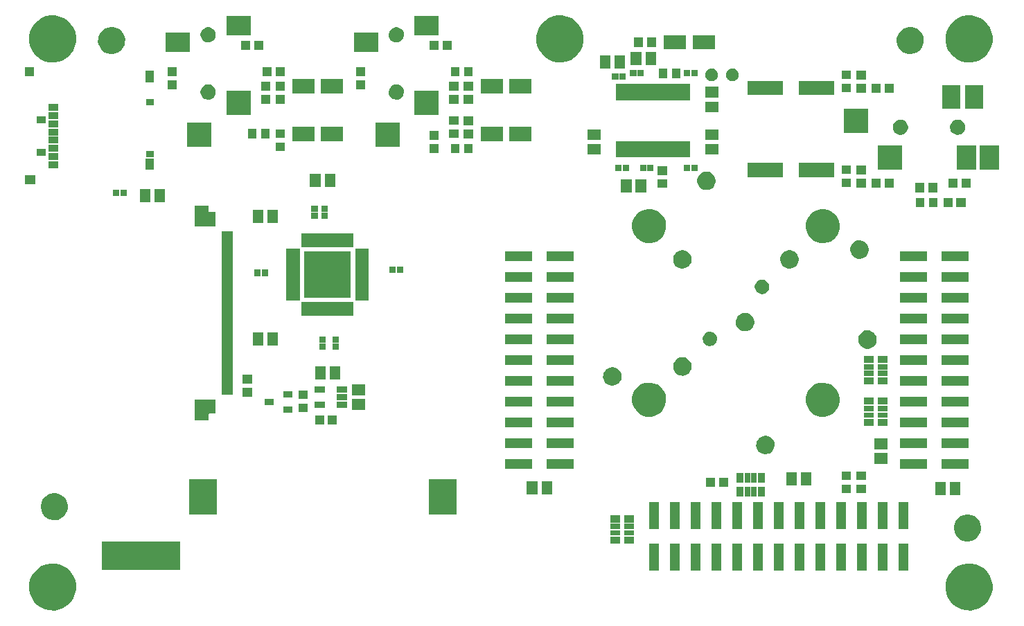
<source format=gbs>
%FSLAX34Y34*%
G04 Gerber Fmt 3.4, Leading zero omitted, Abs format*
G04 (created by PCBNEW (2014-03-01 BZR 4730)-product) date Thursday, July 17, 2014 'AMt' 09:27:46 AM*
%MOIN*%
G01*
G70*
G90*
G04 APERTURE LIST*
%ADD10C,0.006000*%
G04 APERTURE END LIST*
G54D10*
G36*
X24282Y-42746D02*
X24281Y-42746D01*
X23867Y-42746D01*
X23867Y-42746D01*
X23867Y-42312D01*
X23867Y-42312D01*
X24281Y-42312D01*
X24282Y-42312D01*
X24282Y-42746D01*
X24282Y-42746D01*
G37*
G36*
X24360Y-47923D02*
X24360Y-47923D01*
X23867Y-47923D01*
X23867Y-47923D01*
X23867Y-47489D01*
X23867Y-47489D01*
X24360Y-47489D01*
X24360Y-47489D01*
X24360Y-47923D01*
X24360Y-47923D01*
G37*
G36*
X24853Y-45000D02*
X24852Y-45000D01*
X24418Y-45000D01*
X24418Y-45000D01*
X24418Y-44664D01*
X24418Y-44664D01*
X24852Y-44664D01*
X24853Y-44664D01*
X24853Y-45000D01*
X24853Y-45000D01*
G37*
G36*
X24853Y-46575D02*
X24852Y-46575D01*
X24418Y-46575D01*
X24418Y-46575D01*
X24418Y-46239D01*
X24418Y-46239D01*
X24852Y-46239D01*
X24853Y-46239D01*
X24853Y-46575D01*
X24853Y-46575D01*
G37*
G36*
X25463Y-44409D02*
X25463Y-44409D01*
X24989Y-44409D01*
X24989Y-44409D01*
X24989Y-44074D01*
X24989Y-44074D01*
X25463Y-44074D01*
X25463Y-44074D01*
X25463Y-44409D01*
X25463Y-44409D01*
G37*
G36*
X25463Y-44803D02*
X25463Y-44803D01*
X24989Y-44803D01*
X24989Y-44803D01*
X24989Y-44468D01*
X24989Y-44468D01*
X25463Y-44468D01*
X25463Y-44468D01*
X25463Y-44803D01*
X25463Y-44803D01*
G37*
G36*
X25463Y-45197D02*
X25463Y-45197D01*
X24989Y-45197D01*
X24989Y-45197D01*
X24989Y-44861D01*
X24989Y-44861D01*
X25463Y-44861D01*
X25463Y-44861D01*
X25463Y-45197D01*
X25463Y-45197D01*
G37*
G36*
X25463Y-45591D02*
X25463Y-45591D01*
X24989Y-45591D01*
X24989Y-45591D01*
X24989Y-45255D01*
X24989Y-45255D01*
X25463Y-45255D01*
X25463Y-45255D01*
X25463Y-45591D01*
X25463Y-45591D01*
G37*
G36*
X25463Y-45984D02*
X25463Y-45984D01*
X24989Y-45984D01*
X24989Y-45984D01*
X24989Y-45649D01*
X24989Y-45649D01*
X25463Y-45649D01*
X25463Y-45649D01*
X25463Y-45984D01*
X25463Y-45984D01*
G37*
G36*
X25463Y-46378D02*
X25463Y-46378D01*
X24989Y-46378D01*
X24989Y-46378D01*
X24989Y-46042D01*
X24989Y-46042D01*
X25463Y-46042D01*
X25463Y-46042D01*
X25463Y-46378D01*
X25463Y-46378D01*
G37*
G36*
X25463Y-46772D02*
X25463Y-46772D01*
X24989Y-46772D01*
X24989Y-46772D01*
X24989Y-46436D01*
X24989Y-46436D01*
X25463Y-46436D01*
X25463Y-46436D01*
X25463Y-46772D01*
X25463Y-46772D01*
G37*
G36*
X25463Y-47165D02*
X25463Y-47165D01*
X24989Y-47165D01*
X24989Y-47165D01*
X24989Y-46830D01*
X24989Y-46830D01*
X25463Y-46830D01*
X25463Y-46830D01*
X25463Y-47165D01*
X25463Y-47165D01*
G37*
G36*
X25925Y-63401D02*
X25923Y-63545D01*
X25895Y-63671D01*
X25843Y-63787D01*
X25770Y-63891D01*
X25677Y-63979D01*
X25570Y-64047D01*
X25450Y-64094D01*
X25450Y-64094D01*
X25326Y-64115D01*
X25197Y-64113D01*
X25074Y-64085D01*
X24956Y-64034D01*
X24852Y-63961D01*
X24763Y-63870D01*
X24694Y-63762D01*
X24647Y-63645D01*
X24624Y-63518D01*
X24626Y-63392D01*
X24653Y-63266D01*
X24703Y-63150D01*
X24775Y-63044D01*
X24866Y-62955D01*
X24972Y-62885D01*
X25092Y-62837D01*
X25215Y-62814D01*
X25344Y-62815D01*
X25468Y-62840D01*
X25586Y-62890D01*
X25691Y-62961D01*
X25781Y-63051D01*
X25852Y-63158D01*
X25900Y-63275D01*
X25925Y-63401D01*
X25925Y-63401D01*
G37*
G36*
X26329Y-40834D02*
X26325Y-41086D01*
X26276Y-41304D01*
X26186Y-41506D01*
X26058Y-41688D01*
X25897Y-41841D01*
X25710Y-41960D01*
X25501Y-42041D01*
X25501Y-42041D01*
X25285Y-42079D01*
X25061Y-42074D01*
X24845Y-42027D01*
X24641Y-41938D01*
X24459Y-41811D01*
X24305Y-41651D01*
X24184Y-41464D01*
X24103Y-41259D01*
X24062Y-41039D01*
X24065Y-40818D01*
X24112Y-40600D01*
X24199Y-40396D01*
X24325Y-40213D01*
X24484Y-40057D01*
X24669Y-39936D01*
X24876Y-39852D01*
X25092Y-39811D01*
X25316Y-39813D01*
X25532Y-39857D01*
X25738Y-39944D01*
X25922Y-40068D01*
X26078Y-40225D01*
X26201Y-40411D01*
X26286Y-40615D01*
X26329Y-40834D01*
X26329Y-40834D01*
G37*
G36*
X26329Y-67212D02*
X26325Y-67464D01*
X26276Y-67682D01*
X26186Y-67884D01*
X26058Y-68066D01*
X25897Y-68219D01*
X25710Y-68338D01*
X25501Y-68419D01*
X25501Y-68419D01*
X25285Y-68457D01*
X25061Y-68452D01*
X24845Y-68405D01*
X24641Y-68316D01*
X24459Y-68189D01*
X24305Y-68029D01*
X24184Y-67842D01*
X24103Y-67637D01*
X24062Y-67417D01*
X24065Y-67196D01*
X24112Y-66978D01*
X24199Y-66774D01*
X24325Y-66591D01*
X24484Y-66435D01*
X24669Y-66314D01*
X24876Y-66230D01*
X25092Y-66189D01*
X25316Y-66191D01*
X25532Y-66235D01*
X25738Y-66322D01*
X25922Y-66445D01*
X26078Y-66603D01*
X26201Y-66789D01*
X26286Y-66993D01*
X26329Y-67212D01*
X26329Y-67212D01*
G37*
G36*
X28400Y-48498D02*
X28400Y-48498D01*
X28096Y-48498D01*
X28095Y-48498D01*
X28095Y-48194D01*
X28096Y-48194D01*
X28400Y-48194D01*
X28400Y-48194D01*
X28400Y-48498D01*
X28400Y-48498D01*
G37*
G36*
X28681Y-40960D02*
X28679Y-41104D01*
X28651Y-41230D01*
X28599Y-41346D01*
X28526Y-41450D01*
X28433Y-41538D01*
X28326Y-41606D01*
X28206Y-41653D01*
X28206Y-41653D01*
X28082Y-41674D01*
X27953Y-41672D01*
X27830Y-41645D01*
X27712Y-41593D01*
X27608Y-41521D01*
X27519Y-41429D01*
X27450Y-41321D01*
X27403Y-41204D01*
X27380Y-41077D01*
X27382Y-40951D01*
X27409Y-40825D01*
X27458Y-40709D01*
X27531Y-40603D01*
X27622Y-40514D01*
X27728Y-40444D01*
X27847Y-40396D01*
X27971Y-40373D01*
X28100Y-40374D01*
X28223Y-40399D01*
X28342Y-40449D01*
X28447Y-40520D01*
X28537Y-40610D01*
X28608Y-40717D01*
X28656Y-40834D01*
X28681Y-40960D01*
X28681Y-40960D01*
G37*
G36*
X28754Y-48498D02*
X28754Y-48498D01*
X28450Y-48498D01*
X28449Y-48498D01*
X28449Y-48194D01*
X28450Y-48194D01*
X28754Y-48194D01*
X28754Y-48194D01*
X28754Y-48498D01*
X28754Y-48498D01*
G37*
G36*
X29902Y-48819D02*
X29902Y-48819D01*
X29389Y-48819D01*
X29389Y-48819D01*
X29389Y-48188D01*
X29389Y-48188D01*
X29902Y-48188D01*
X29902Y-48188D01*
X29902Y-48819D01*
X29902Y-48819D01*
G37*
G36*
X30049Y-43031D02*
X30049Y-43031D01*
X29655Y-43031D01*
X29654Y-43031D01*
X29654Y-42460D01*
X29655Y-42460D01*
X30049Y-42460D01*
X30049Y-42460D01*
X30049Y-43031D01*
X30049Y-43031D01*
G37*
G36*
X30049Y-44144D02*
X30049Y-44144D01*
X29694Y-44144D01*
X29694Y-44144D01*
X29694Y-43828D01*
X29694Y-43828D01*
X30049Y-43828D01*
X30049Y-43828D01*
X30049Y-44144D01*
X30049Y-44144D01*
G37*
G36*
X30049Y-46644D02*
X30049Y-46644D01*
X29694Y-46644D01*
X29694Y-46644D01*
X29694Y-46328D01*
X29694Y-46328D01*
X30049Y-46328D01*
X30049Y-46328D01*
X30049Y-46644D01*
X30049Y-46644D01*
G37*
G36*
X30049Y-47244D02*
X30049Y-47244D01*
X29655Y-47244D01*
X29654Y-47244D01*
X29654Y-46712D01*
X29655Y-46712D01*
X30049Y-46712D01*
X30049Y-46712D01*
X30049Y-47244D01*
X30049Y-47244D01*
G37*
G36*
X30610Y-48819D02*
X30610Y-48819D01*
X30097Y-48819D01*
X30097Y-48819D01*
X30097Y-48188D01*
X30097Y-48188D01*
X30610Y-48188D01*
X30610Y-48188D01*
X30610Y-48819D01*
X30610Y-48819D01*
G37*
G36*
X31162Y-42736D02*
X31161Y-42736D01*
X30727Y-42736D01*
X30727Y-42736D01*
X30727Y-42302D01*
X30727Y-42302D01*
X31161Y-42302D01*
X31162Y-42302D01*
X31162Y-42736D01*
X31162Y-42736D01*
G37*
G36*
X31162Y-43366D02*
X31161Y-43366D01*
X30727Y-43366D01*
X30727Y-43366D01*
X30727Y-42932D01*
X30727Y-42932D01*
X31161Y-42932D01*
X31162Y-42932D01*
X31162Y-43366D01*
X31162Y-43366D01*
G37*
G36*
X31323Y-66520D02*
X27573Y-66520D01*
X27573Y-65133D01*
X31323Y-65133D01*
X31323Y-66520D01*
X31323Y-66520D01*
G37*
G36*
X31801Y-41565D02*
X31801Y-41565D01*
X30639Y-41565D01*
X30639Y-41565D01*
X30639Y-40639D01*
X30639Y-40639D01*
X31801Y-40639D01*
X31801Y-40639D01*
X31801Y-41565D01*
X31801Y-41565D01*
G37*
G36*
X32835Y-46132D02*
X32835Y-46132D01*
X31672Y-46132D01*
X31672Y-46132D01*
X31672Y-44970D01*
X31672Y-44970D01*
X32835Y-44970D01*
X32835Y-44970D01*
X32835Y-46132D01*
X32835Y-46132D01*
G37*
G36*
X33022Y-49970D02*
X33022Y-49970D01*
X32722Y-49970D01*
X32707Y-49970D01*
X32647Y-49970D01*
X32632Y-49970D01*
X32017Y-49970D01*
X32017Y-49970D01*
X32017Y-48966D01*
X32017Y-48966D01*
X32707Y-48966D01*
X32707Y-48966D01*
X32707Y-49263D01*
X32707Y-49268D01*
X32709Y-49273D01*
X32712Y-49277D01*
X32717Y-49280D01*
X32722Y-49281D01*
X33022Y-49281D01*
X33022Y-49281D01*
X33022Y-49970D01*
X33022Y-49970D01*
G37*
G36*
X33022Y-58986D02*
X33022Y-58986D01*
X32722Y-58986D01*
X32717Y-58987D01*
X32712Y-58990D01*
X32709Y-58994D01*
X32707Y-58999D01*
X32707Y-59004D01*
X32707Y-59301D01*
X32707Y-59301D01*
X32017Y-59301D01*
X32017Y-59301D01*
X32017Y-58296D01*
X32017Y-58296D01*
X32632Y-58296D01*
X32647Y-58296D01*
X32707Y-58296D01*
X32722Y-58296D01*
X33022Y-58296D01*
X33022Y-58296D01*
X33022Y-58986D01*
X33022Y-58986D01*
G37*
G36*
X33041Y-40713D02*
X33040Y-40793D01*
X33024Y-40864D01*
X32995Y-40928D01*
X32954Y-40987D01*
X32902Y-41037D01*
X32842Y-41074D01*
X32774Y-41101D01*
X32774Y-41101D01*
X32706Y-41113D01*
X32633Y-41111D01*
X32564Y-41096D01*
X32498Y-41067D01*
X32439Y-41027D01*
X32390Y-40975D01*
X32350Y-40914D01*
X32325Y-40849D01*
X32311Y-40777D01*
X32312Y-40708D01*
X32328Y-40636D01*
X32355Y-40571D01*
X32396Y-40512D01*
X32447Y-40462D01*
X32506Y-40423D01*
X32574Y-40396D01*
X32642Y-40383D01*
X32716Y-40383D01*
X32784Y-40397D01*
X32851Y-40425D01*
X32910Y-40465D01*
X32961Y-40516D01*
X33001Y-40576D01*
X33027Y-40641D01*
X33041Y-40713D01*
X33041Y-40713D01*
G37*
G36*
X33041Y-43468D02*
X33040Y-43549D01*
X33024Y-43619D01*
X32995Y-43684D01*
X32954Y-43743D01*
X32902Y-43793D01*
X32842Y-43830D01*
X32774Y-43857D01*
X32774Y-43857D01*
X32706Y-43869D01*
X32633Y-43867D01*
X32564Y-43852D01*
X32498Y-43823D01*
X32439Y-43782D01*
X32390Y-43731D01*
X32350Y-43670D01*
X32325Y-43605D01*
X32311Y-43533D01*
X32312Y-43464D01*
X32328Y-43392D01*
X32355Y-43327D01*
X32396Y-43268D01*
X32447Y-43218D01*
X32506Y-43179D01*
X32574Y-43152D01*
X32642Y-43139D01*
X32716Y-43139D01*
X32784Y-43153D01*
X32851Y-43181D01*
X32910Y-43221D01*
X32961Y-43272D01*
X33001Y-43332D01*
X33027Y-43397D01*
X33041Y-43468D01*
X33041Y-43468D01*
G37*
G36*
X33081Y-63848D02*
X33081Y-63848D01*
X31761Y-63848D01*
X31761Y-63848D01*
X31761Y-62135D01*
X31761Y-62135D01*
X33081Y-62135D01*
X33081Y-62135D01*
X33081Y-63848D01*
X33081Y-63848D01*
G37*
G36*
X33849Y-58061D02*
X33848Y-58061D01*
X33316Y-58061D01*
X33316Y-58061D01*
X33316Y-57882D01*
X33316Y-57877D01*
X33316Y-57870D01*
X33316Y-57865D01*
X33316Y-57685D01*
X33316Y-57680D01*
X33316Y-57674D01*
X33316Y-57668D01*
X33316Y-57488D01*
X33316Y-57483D01*
X33316Y-57477D01*
X33316Y-57472D01*
X33316Y-57291D01*
X33316Y-57286D01*
X33316Y-57280D01*
X33316Y-57275D01*
X33316Y-57094D01*
X33316Y-57089D01*
X33316Y-57083D01*
X33316Y-57078D01*
X33316Y-56897D01*
X33316Y-56892D01*
X33316Y-56886D01*
X33316Y-56881D01*
X33316Y-56701D01*
X33316Y-56695D01*
X33316Y-56689D01*
X33316Y-56684D01*
X33316Y-56504D01*
X33316Y-56499D01*
X33316Y-56493D01*
X33316Y-56487D01*
X33316Y-56307D01*
X33316Y-56302D01*
X33316Y-56296D01*
X33316Y-56290D01*
X33316Y-56110D01*
X33316Y-56105D01*
X33316Y-56099D01*
X33316Y-56094D01*
X33316Y-55913D01*
X33316Y-55908D01*
X33316Y-55902D01*
X33316Y-55897D01*
X33316Y-55716D01*
X33316Y-55711D01*
X33316Y-55705D01*
X33316Y-55700D01*
X33316Y-55520D01*
X33316Y-55514D01*
X33316Y-55508D01*
X33316Y-55503D01*
X33316Y-55323D01*
X33316Y-55317D01*
X33316Y-55311D01*
X33316Y-55306D01*
X33316Y-55126D01*
X33316Y-55121D01*
X33316Y-55115D01*
X33316Y-55109D01*
X33316Y-54929D01*
X33316Y-54924D01*
X33316Y-54918D01*
X33316Y-54913D01*
X33316Y-54732D01*
X33316Y-54727D01*
X33316Y-54721D01*
X33316Y-54716D01*
X33316Y-54535D01*
X33316Y-54530D01*
X33316Y-54524D01*
X33316Y-54519D01*
X33316Y-54338D01*
X33316Y-54333D01*
X33316Y-54327D01*
X33316Y-54322D01*
X33316Y-54142D01*
X33316Y-54136D01*
X33316Y-54130D01*
X33316Y-54125D01*
X33316Y-53945D01*
X33316Y-53940D01*
X33316Y-53933D01*
X33316Y-53928D01*
X33316Y-53748D01*
X33316Y-53743D01*
X33316Y-53737D01*
X33316Y-53731D01*
X33316Y-53551D01*
X33316Y-53546D01*
X33316Y-53540D01*
X33316Y-53535D01*
X33316Y-53354D01*
X33316Y-53349D01*
X33316Y-53343D01*
X33316Y-53338D01*
X33316Y-53157D01*
X33316Y-53152D01*
X33316Y-53146D01*
X33316Y-53141D01*
X33316Y-52960D01*
X33316Y-52955D01*
X33316Y-52949D01*
X33316Y-52944D01*
X33316Y-52764D01*
X33316Y-52758D01*
X33316Y-52752D01*
X33316Y-52747D01*
X33316Y-52567D01*
X33316Y-52562D01*
X33316Y-52556D01*
X33316Y-52550D01*
X33316Y-52370D01*
X33316Y-52365D01*
X33316Y-52359D01*
X33316Y-52353D01*
X33316Y-52173D01*
X33316Y-52168D01*
X33316Y-52162D01*
X33316Y-52157D01*
X33316Y-51976D01*
X33316Y-51971D01*
X33316Y-51965D01*
X33316Y-51960D01*
X33316Y-51779D01*
X33316Y-51774D01*
X33316Y-51768D01*
X33316Y-51763D01*
X33316Y-51583D01*
X33316Y-51577D01*
X33316Y-51571D01*
X33316Y-51566D01*
X33316Y-51386D01*
X33316Y-51380D01*
X33316Y-51374D01*
X33316Y-51369D01*
X33316Y-51189D01*
X33316Y-51184D01*
X33316Y-51178D01*
X33316Y-51172D01*
X33316Y-50992D01*
X33316Y-50987D01*
X33316Y-50981D01*
X33316Y-50976D01*
X33316Y-50795D01*
X33316Y-50790D01*
X33316Y-50784D01*
X33316Y-50779D01*
X33316Y-50598D01*
X33316Y-50593D01*
X33316Y-50587D01*
X33316Y-50582D01*
X33316Y-50401D01*
X33316Y-50396D01*
X33316Y-50390D01*
X33316Y-50385D01*
X33316Y-50206D01*
X33316Y-50206D01*
X33848Y-50206D01*
X33849Y-50206D01*
X33849Y-50385D01*
X33849Y-50390D01*
X33849Y-50396D01*
X33849Y-50401D01*
X33849Y-50582D01*
X33849Y-50587D01*
X33849Y-50593D01*
X33849Y-50598D01*
X33849Y-50779D01*
X33849Y-50784D01*
X33849Y-50790D01*
X33849Y-50795D01*
X33849Y-50976D01*
X33849Y-50981D01*
X33849Y-50987D01*
X33849Y-50992D01*
X33849Y-51172D01*
X33849Y-51178D01*
X33849Y-51184D01*
X33849Y-51189D01*
X33849Y-51369D01*
X33849Y-51374D01*
X33849Y-51380D01*
X33849Y-51386D01*
X33849Y-51566D01*
X33849Y-51571D01*
X33849Y-51577D01*
X33849Y-51583D01*
X33849Y-51763D01*
X33849Y-51768D01*
X33849Y-51774D01*
X33849Y-51779D01*
X33849Y-51960D01*
X33849Y-51965D01*
X33849Y-51971D01*
X33849Y-51976D01*
X33849Y-52157D01*
X33849Y-52162D01*
X33849Y-52168D01*
X33849Y-52173D01*
X33849Y-52353D01*
X33849Y-52359D01*
X33849Y-52365D01*
X33849Y-52370D01*
X33849Y-52550D01*
X33849Y-52556D01*
X33849Y-52562D01*
X33849Y-52567D01*
X33849Y-52747D01*
X33849Y-52752D01*
X33849Y-52758D01*
X33849Y-52764D01*
X33849Y-52944D01*
X33849Y-52949D01*
X33849Y-52955D01*
X33849Y-52960D01*
X33849Y-53141D01*
X33849Y-53146D01*
X33849Y-53152D01*
X33849Y-53157D01*
X33849Y-53338D01*
X33849Y-53343D01*
X33849Y-53349D01*
X33849Y-53354D01*
X33849Y-53535D01*
X33849Y-53540D01*
X33849Y-53546D01*
X33849Y-53551D01*
X33849Y-53731D01*
X33849Y-53737D01*
X33849Y-53743D01*
X33849Y-53748D01*
X33849Y-53928D01*
X33849Y-53933D01*
X33849Y-53940D01*
X33849Y-53945D01*
X33849Y-54125D01*
X33849Y-54130D01*
X33849Y-54136D01*
X33849Y-54142D01*
X33849Y-54322D01*
X33849Y-54327D01*
X33849Y-54333D01*
X33849Y-54338D01*
X33849Y-54519D01*
X33849Y-54524D01*
X33849Y-54530D01*
X33849Y-54535D01*
X33849Y-54716D01*
X33849Y-54721D01*
X33849Y-54727D01*
X33849Y-54732D01*
X33849Y-54913D01*
X33849Y-54918D01*
X33849Y-54924D01*
X33849Y-54929D01*
X33849Y-55109D01*
X33849Y-55115D01*
X33849Y-55121D01*
X33849Y-55126D01*
X33849Y-55306D01*
X33849Y-55311D01*
X33849Y-55317D01*
X33849Y-55323D01*
X33849Y-55503D01*
X33849Y-55508D01*
X33849Y-55514D01*
X33849Y-55520D01*
X33849Y-55700D01*
X33849Y-55705D01*
X33849Y-55711D01*
X33849Y-55716D01*
X33849Y-55897D01*
X33849Y-55902D01*
X33849Y-55908D01*
X33849Y-55913D01*
X33849Y-56094D01*
X33849Y-56099D01*
X33849Y-56105D01*
X33849Y-56110D01*
X33849Y-56290D01*
X33849Y-56296D01*
X33849Y-56302D01*
X33849Y-56307D01*
X33849Y-56487D01*
X33849Y-56493D01*
X33849Y-56499D01*
X33849Y-56504D01*
X33849Y-56684D01*
X33849Y-56689D01*
X33849Y-56695D01*
X33849Y-56701D01*
X33849Y-56881D01*
X33849Y-56886D01*
X33849Y-56892D01*
X33849Y-56897D01*
X33849Y-57078D01*
X33849Y-57083D01*
X33849Y-57089D01*
X33849Y-57094D01*
X33849Y-57275D01*
X33849Y-57280D01*
X33849Y-57286D01*
X33849Y-57291D01*
X33849Y-57472D01*
X33849Y-57477D01*
X33849Y-57483D01*
X33849Y-57488D01*
X33849Y-57668D01*
X33849Y-57674D01*
X33849Y-57680D01*
X33849Y-57685D01*
X33849Y-57865D01*
X33849Y-57870D01*
X33849Y-57877D01*
X33849Y-57882D01*
X33849Y-58061D01*
X33849Y-58061D01*
G37*
G36*
X34705Y-41476D02*
X34705Y-41476D01*
X34271Y-41476D01*
X34270Y-41476D01*
X34270Y-41042D01*
X34271Y-41042D01*
X34705Y-41042D01*
X34705Y-41042D01*
X34705Y-41476D01*
X34705Y-41476D01*
G37*
G36*
X34715Y-40778D02*
X34715Y-40778D01*
X33552Y-40778D01*
X33552Y-40778D01*
X33552Y-39851D01*
X33552Y-39851D01*
X34715Y-39851D01*
X34715Y-39851D01*
X34715Y-40778D01*
X34715Y-40778D01*
G37*
G36*
X34715Y-44596D02*
X34715Y-44596D01*
X33552Y-44596D01*
X33552Y-44596D01*
X33552Y-43434D01*
X33552Y-43434D01*
X34715Y-43434D01*
X34715Y-43434D01*
X34715Y-44596D01*
X34715Y-44596D01*
G37*
G36*
X34794Y-57529D02*
X34793Y-57529D01*
X34339Y-57529D01*
X34339Y-57529D01*
X34339Y-57115D01*
X34339Y-57115D01*
X34793Y-57115D01*
X34794Y-57115D01*
X34794Y-57529D01*
X34794Y-57529D01*
G37*
G36*
X34794Y-58159D02*
X34793Y-58159D01*
X34339Y-58159D01*
X34339Y-58159D01*
X34339Y-57745D01*
X34339Y-57745D01*
X34793Y-57745D01*
X34794Y-57745D01*
X34794Y-58159D01*
X34794Y-58159D01*
G37*
G36*
X35010Y-45738D02*
X35010Y-45738D01*
X34596Y-45738D01*
X34595Y-45738D01*
X34595Y-45284D01*
X34596Y-45284D01*
X35010Y-45284D01*
X35010Y-45284D01*
X35010Y-45738D01*
X35010Y-45738D01*
G37*
G36*
X35211Y-52356D02*
X35211Y-52356D01*
X34907Y-52356D01*
X34906Y-52356D01*
X34906Y-52052D01*
X34907Y-52052D01*
X35211Y-52052D01*
X35211Y-52052D01*
X35211Y-52356D01*
X35211Y-52356D01*
G37*
G36*
X35335Y-41476D02*
X35335Y-41476D01*
X34901Y-41476D01*
X34900Y-41476D01*
X34900Y-41042D01*
X34901Y-41042D01*
X35335Y-41042D01*
X35335Y-41042D01*
X35335Y-41476D01*
X35335Y-41476D01*
G37*
G36*
X35335Y-49803D02*
X35335Y-49803D01*
X34822Y-49803D01*
X34822Y-49803D01*
X34822Y-49172D01*
X34822Y-49172D01*
X35335Y-49172D01*
X35335Y-49172D01*
X35335Y-49803D01*
X35335Y-49803D01*
G37*
G36*
X35335Y-55709D02*
X35335Y-55709D01*
X34822Y-55709D01*
X34822Y-55709D01*
X34822Y-55078D01*
X34822Y-55078D01*
X35335Y-55078D01*
X35335Y-55078D01*
X35335Y-55709D01*
X35335Y-55709D01*
G37*
G36*
X35565Y-52356D02*
X35565Y-52356D01*
X35261Y-52356D01*
X35260Y-52356D01*
X35260Y-52052D01*
X35261Y-52052D01*
X35565Y-52052D01*
X35565Y-52052D01*
X35565Y-52356D01*
X35565Y-52356D01*
G37*
G36*
X35640Y-45738D02*
X35640Y-45738D01*
X35226Y-45738D01*
X35225Y-45738D01*
X35225Y-45284D01*
X35226Y-45284D01*
X35640Y-45284D01*
X35640Y-45284D01*
X35640Y-45738D01*
X35640Y-45738D01*
G37*
G36*
X35650Y-43445D02*
X35650Y-43445D01*
X35216Y-43445D01*
X35215Y-43445D01*
X35215Y-43011D01*
X35216Y-43011D01*
X35650Y-43011D01*
X35650Y-43011D01*
X35650Y-43445D01*
X35650Y-43445D01*
G37*
G36*
X35650Y-44075D02*
X35650Y-44075D01*
X35216Y-44075D01*
X35215Y-44075D01*
X35215Y-43641D01*
X35216Y-43641D01*
X35650Y-43641D01*
X35650Y-43641D01*
X35650Y-44075D01*
X35650Y-44075D01*
G37*
G36*
X35718Y-42746D02*
X35718Y-42746D01*
X35304Y-42746D01*
X35304Y-42746D01*
X35304Y-42292D01*
X35304Y-42292D01*
X35718Y-42292D01*
X35718Y-42292D01*
X35718Y-42746D01*
X35718Y-42746D01*
G37*
G36*
X35837Y-58573D02*
X35836Y-58573D01*
X35382Y-58573D01*
X35382Y-58573D01*
X35382Y-58277D01*
X35382Y-58277D01*
X35836Y-58277D01*
X35837Y-58277D01*
X35837Y-58573D01*
X35837Y-58573D01*
G37*
G36*
X36043Y-49803D02*
X36043Y-49803D01*
X35530Y-49803D01*
X35530Y-49803D01*
X35530Y-49172D01*
X35530Y-49172D01*
X36043Y-49172D01*
X36043Y-49172D01*
X36043Y-49803D01*
X36043Y-49803D01*
G37*
G36*
X36043Y-55709D02*
X36043Y-55709D01*
X35530Y-55709D01*
X35530Y-55709D01*
X35530Y-55078D01*
X35530Y-55078D01*
X36043Y-55078D01*
X36043Y-55078D01*
X36043Y-55709D01*
X36043Y-55709D01*
G37*
G36*
X36348Y-42746D02*
X36348Y-42746D01*
X35934Y-42746D01*
X35934Y-42746D01*
X35934Y-42292D01*
X35934Y-42292D01*
X36348Y-42292D01*
X36348Y-42292D01*
X36348Y-42746D01*
X36348Y-42746D01*
G37*
G36*
X36368Y-43435D02*
X36368Y-43435D01*
X35914Y-43435D01*
X35914Y-43435D01*
X35914Y-43021D01*
X35914Y-43021D01*
X36368Y-43021D01*
X36368Y-43021D01*
X36368Y-43435D01*
X36368Y-43435D01*
G37*
G36*
X36368Y-44065D02*
X36368Y-44065D01*
X35914Y-44065D01*
X35914Y-44065D01*
X35914Y-43651D01*
X35914Y-43651D01*
X36368Y-43651D01*
X36368Y-43651D01*
X36368Y-44065D01*
X36368Y-44065D01*
G37*
G36*
X36368Y-45718D02*
X36368Y-45718D01*
X35914Y-45718D01*
X35914Y-45718D01*
X35914Y-45304D01*
X35914Y-45304D01*
X36368Y-45304D01*
X36368Y-45304D01*
X36368Y-45718D01*
X36368Y-45718D01*
G37*
G36*
X36368Y-46348D02*
X36368Y-46348D01*
X35914Y-46348D01*
X35914Y-46348D01*
X35914Y-45934D01*
X35914Y-45934D01*
X36368Y-45934D01*
X36368Y-45934D01*
X36368Y-46348D01*
X36368Y-46348D01*
G37*
G36*
X36743Y-58199D02*
X36742Y-58199D01*
X36288Y-58199D01*
X36288Y-58199D01*
X36288Y-57903D01*
X36288Y-57903D01*
X36742Y-57903D01*
X36743Y-57903D01*
X36743Y-58199D01*
X36743Y-58199D01*
G37*
G36*
X36743Y-58947D02*
X36742Y-58947D01*
X36288Y-58947D01*
X36288Y-58947D01*
X36288Y-58651D01*
X36288Y-58651D01*
X36742Y-58651D01*
X36743Y-58651D01*
X36743Y-58947D01*
X36743Y-58947D01*
G37*
G36*
X37097Y-53533D02*
X37096Y-53533D01*
X36446Y-53533D01*
X36446Y-53533D01*
X36446Y-53394D01*
X36446Y-53388D01*
X36446Y-53382D01*
X36446Y-53377D01*
X36446Y-53236D01*
X36446Y-53231D01*
X36446Y-53225D01*
X36446Y-53220D01*
X36446Y-53079D01*
X36446Y-53073D01*
X36446Y-53067D01*
X36446Y-53062D01*
X36446Y-52921D01*
X36446Y-52916D01*
X36446Y-52910D01*
X36446Y-52905D01*
X36446Y-52764D01*
X36446Y-52758D01*
X36446Y-52752D01*
X36446Y-52747D01*
X36446Y-52606D01*
X36446Y-52601D01*
X36446Y-52595D01*
X36446Y-52590D01*
X36446Y-52449D01*
X36446Y-52443D01*
X36446Y-52437D01*
X36446Y-52432D01*
X36446Y-52291D01*
X36446Y-52286D01*
X36446Y-52280D01*
X36446Y-52275D01*
X36446Y-52134D01*
X36446Y-52129D01*
X36446Y-52122D01*
X36446Y-52117D01*
X36446Y-51976D01*
X36446Y-51971D01*
X36446Y-51965D01*
X36446Y-51960D01*
X36446Y-51819D01*
X36446Y-51814D01*
X36446Y-51807D01*
X36446Y-51802D01*
X36446Y-51661D01*
X36446Y-51656D01*
X36446Y-51650D01*
X36446Y-51645D01*
X36446Y-51504D01*
X36446Y-51499D01*
X36446Y-51493D01*
X36446Y-51487D01*
X36446Y-51346D01*
X36446Y-51341D01*
X36446Y-51335D01*
X36446Y-51330D01*
X36446Y-51189D01*
X36446Y-51184D01*
X36446Y-51178D01*
X36446Y-51172D01*
X36446Y-51032D01*
X36446Y-51032D01*
X37096Y-51032D01*
X37097Y-51032D01*
X37097Y-51172D01*
X37097Y-51178D01*
X37097Y-51184D01*
X37097Y-51189D01*
X37097Y-51330D01*
X37097Y-51335D01*
X37097Y-51341D01*
X37097Y-51346D01*
X37097Y-51487D01*
X37097Y-51493D01*
X37097Y-51499D01*
X37097Y-51504D01*
X37097Y-51645D01*
X37097Y-51650D01*
X37097Y-51656D01*
X37097Y-51661D01*
X37097Y-51802D01*
X37097Y-51807D01*
X37097Y-51814D01*
X37097Y-51819D01*
X37097Y-51960D01*
X37097Y-51965D01*
X37097Y-51971D01*
X37097Y-51976D01*
X37097Y-52117D01*
X37097Y-52122D01*
X37097Y-52129D01*
X37097Y-52134D01*
X37097Y-52275D01*
X37097Y-52280D01*
X37097Y-52286D01*
X37097Y-52291D01*
X37097Y-52432D01*
X37097Y-52437D01*
X37097Y-52443D01*
X37097Y-52449D01*
X37097Y-52590D01*
X37097Y-52595D01*
X37097Y-52601D01*
X37097Y-52606D01*
X37097Y-52747D01*
X37097Y-52752D01*
X37097Y-52758D01*
X37097Y-52764D01*
X37097Y-52905D01*
X37097Y-52910D01*
X37097Y-52916D01*
X37097Y-52921D01*
X37097Y-53062D01*
X37097Y-53067D01*
X37097Y-53073D01*
X37097Y-53079D01*
X37097Y-53220D01*
X37097Y-53225D01*
X37097Y-53231D01*
X37097Y-53236D01*
X37097Y-53377D01*
X37097Y-53382D01*
X37097Y-53388D01*
X37097Y-53394D01*
X37097Y-53533D01*
X37097Y-53533D01*
G37*
G36*
X37471Y-58277D02*
X37471Y-58277D01*
X37017Y-58277D01*
X37016Y-58277D01*
X37016Y-57863D01*
X37017Y-57863D01*
X37471Y-57863D01*
X37471Y-57863D01*
X37471Y-58277D01*
X37471Y-58277D01*
G37*
G36*
X37471Y-58907D02*
X37471Y-58907D01*
X37017Y-58907D01*
X37016Y-58907D01*
X37016Y-58493D01*
X37017Y-58493D01*
X37471Y-58493D01*
X37471Y-58493D01*
X37471Y-58907D01*
X37471Y-58907D01*
G37*
G36*
X37795Y-43573D02*
X37795Y-43573D01*
X36731Y-43573D01*
X36731Y-43573D01*
X36731Y-42883D01*
X36731Y-42883D01*
X37795Y-42883D01*
X37795Y-42883D01*
X37795Y-43573D01*
X37795Y-43573D01*
G37*
G36*
X37795Y-45856D02*
X37795Y-45856D01*
X36731Y-45856D01*
X36731Y-45856D01*
X36731Y-45166D01*
X36731Y-45166D01*
X37795Y-45166D01*
X37795Y-45166D01*
X37795Y-45856D01*
X37795Y-45856D01*
G37*
G36*
X37947Y-49266D02*
X37947Y-49266D01*
X37643Y-49266D01*
X37643Y-49266D01*
X37643Y-48962D01*
X37643Y-48962D01*
X37947Y-48962D01*
X37947Y-48962D01*
X37947Y-49266D01*
X37947Y-49266D01*
G37*
G36*
X37947Y-49620D02*
X37947Y-49620D01*
X37643Y-49620D01*
X37643Y-49620D01*
X37643Y-49316D01*
X37643Y-49316D01*
X37947Y-49316D01*
X37947Y-49316D01*
X37947Y-49620D01*
X37947Y-49620D01*
G37*
G36*
X38091Y-48071D02*
X38091Y-48071D01*
X37578Y-48071D01*
X37578Y-48071D01*
X37578Y-47440D01*
X37578Y-47440D01*
X38091Y-47440D01*
X38091Y-47440D01*
X38091Y-48071D01*
X38091Y-48071D01*
G37*
G36*
X38248Y-59518D02*
X38248Y-59518D01*
X37814Y-59518D01*
X37814Y-59518D01*
X37814Y-59064D01*
X37814Y-59064D01*
X38248Y-59064D01*
X38248Y-59064D01*
X38248Y-59518D01*
X38248Y-59518D01*
G37*
G36*
X38298Y-57962D02*
X38298Y-57962D01*
X37805Y-57962D01*
X37804Y-57962D01*
X37804Y-57666D01*
X37805Y-57666D01*
X38298Y-57666D01*
X38298Y-57666D01*
X38298Y-57962D01*
X38298Y-57962D01*
G37*
G36*
X38298Y-58710D02*
X38298Y-58710D01*
X37805Y-58710D01*
X37804Y-58710D01*
X37804Y-58414D01*
X37805Y-58414D01*
X38298Y-58414D01*
X38298Y-58414D01*
X38298Y-58710D01*
X38298Y-58710D01*
G37*
G36*
X38327Y-57323D02*
X38327Y-57323D01*
X37814Y-57323D01*
X37814Y-57323D01*
X37814Y-56692D01*
X37814Y-56692D01*
X38327Y-56692D01*
X38327Y-56692D01*
X38327Y-57323D01*
X38327Y-57323D01*
G37*
G36*
X38341Y-55565D02*
X38340Y-55565D01*
X38036Y-55565D01*
X38036Y-55565D01*
X38036Y-55261D01*
X38036Y-55261D01*
X38340Y-55261D01*
X38341Y-55261D01*
X38341Y-55565D01*
X38341Y-55565D01*
G37*
G36*
X38341Y-55919D02*
X38340Y-55919D01*
X38036Y-55919D01*
X38036Y-55919D01*
X38036Y-55615D01*
X38036Y-55615D01*
X38340Y-55615D01*
X38341Y-55615D01*
X38341Y-55919D01*
X38341Y-55919D01*
G37*
G36*
X38419Y-49266D02*
X38419Y-49266D01*
X38115Y-49266D01*
X38115Y-49266D01*
X38115Y-48962D01*
X38115Y-48962D01*
X38419Y-48962D01*
X38419Y-48962D01*
X38419Y-49266D01*
X38419Y-49266D01*
G37*
G36*
X38419Y-49620D02*
X38419Y-49620D01*
X38115Y-49620D01*
X38115Y-49620D01*
X38115Y-49316D01*
X38115Y-49316D01*
X38419Y-49316D01*
X38419Y-49316D01*
X38419Y-49620D01*
X38419Y-49620D01*
G37*
G36*
X38799Y-48071D02*
X38799Y-48071D01*
X38286Y-48071D01*
X38286Y-48071D01*
X38286Y-47440D01*
X38286Y-47440D01*
X38799Y-47440D01*
X38799Y-47440D01*
X38799Y-48071D01*
X38799Y-48071D01*
G37*
G36*
X38878Y-59518D02*
X38878Y-59518D01*
X38444Y-59518D01*
X38444Y-59518D01*
X38444Y-59064D01*
X38444Y-59064D01*
X38878Y-59064D01*
X38878Y-59064D01*
X38878Y-59518D01*
X38878Y-59518D01*
G37*
G36*
X38971Y-55565D02*
X38970Y-55565D01*
X38666Y-55565D01*
X38666Y-55565D01*
X38666Y-55261D01*
X38666Y-55261D01*
X38970Y-55261D01*
X38971Y-55261D01*
X38971Y-55565D01*
X38971Y-55565D01*
G37*
G36*
X38971Y-55919D02*
X38970Y-55919D01*
X38666Y-55919D01*
X38666Y-55919D01*
X38666Y-55615D01*
X38666Y-55615D01*
X38970Y-55615D01*
X38971Y-55615D01*
X38971Y-55919D01*
X38971Y-55919D01*
G37*
G36*
X39035Y-57323D02*
X39035Y-57323D01*
X38522Y-57323D01*
X38522Y-57323D01*
X38522Y-56692D01*
X38522Y-56692D01*
X39035Y-56692D01*
X39035Y-56692D01*
X39035Y-57323D01*
X39035Y-57323D01*
G37*
G36*
X39173Y-43573D02*
X39173Y-43573D01*
X38109Y-43573D01*
X38109Y-43573D01*
X38109Y-42883D01*
X38109Y-42883D01*
X39173Y-42883D01*
X39173Y-42883D01*
X39173Y-43573D01*
X39173Y-43573D01*
G37*
G36*
X39173Y-45856D02*
X39173Y-45856D01*
X38109Y-45856D01*
X38109Y-45856D01*
X38109Y-45166D01*
X38109Y-45166D01*
X39173Y-45166D01*
X39173Y-45166D01*
X39173Y-45856D01*
X39173Y-45856D01*
G37*
G36*
X39360Y-57962D02*
X39360Y-57962D01*
X38867Y-57962D01*
X38866Y-57962D01*
X38866Y-57666D01*
X38867Y-57666D01*
X39360Y-57666D01*
X39360Y-57666D01*
X39360Y-57962D01*
X39360Y-57962D01*
G37*
G36*
X39360Y-58336D02*
X39360Y-58336D01*
X38867Y-58336D01*
X38866Y-58336D01*
X38866Y-58040D01*
X38867Y-58040D01*
X39360Y-58040D01*
X39360Y-58040D01*
X39360Y-58336D01*
X39360Y-58336D01*
G37*
G36*
X39360Y-58710D02*
X39360Y-58710D01*
X38867Y-58710D01*
X38866Y-58710D01*
X38866Y-58414D01*
X38867Y-58414D01*
X39360Y-58414D01*
X39360Y-58414D01*
X39360Y-58710D01*
X39360Y-58710D01*
G37*
G36*
X39538Y-53396D02*
X39537Y-53396D01*
X37312Y-53396D01*
X37312Y-53396D01*
X37312Y-51170D01*
X37312Y-51170D01*
X39537Y-51170D01*
X39538Y-51170D01*
X39538Y-53396D01*
X39538Y-53396D01*
G37*
G36*
X39675Y-50955D02*
X39675Y-50955D01*
X39536Y-50955D01*
X39533Y-50955D01*
X39521Y-50955D01*
X39518Y-50955D01*
X39379Y-50955D01*
X39375Y-50955D01*
X39364Y-50955D01*
X39360Y-50955D01*
X39221Y-50955D01*
X39218Y-50955D01*
X39206Y-50955D01*
X39203Y-50955D01*
X39064Y-50955D01*
X39060Y-50955D01*
X39049Y-50955D01*
X39045Y-50955D01*
X38907Y-50955D01*
X38903Y-50955D01*
X38892Y-50955D01*
X38888Y-50955D01*
X38749Y-50955D01*
X38745Y-50955D01*
X38734Y-50955D01*
X38730Y-50955D01*
X38592Y-50955D01*
X38588Y-50955D01*
X38577Y-50955D01*
X38573Y-50955D01*
X38434Y-50955D01*
X38430Y-50955D01*
X38419Y-50955D01*
X38415Y-50955D01*
X38277Y-50955D01*
X38273Y-50955D01*
X38262Y-50955D01*
X38258Y-50955D01*
X38119Y-50955D01*
X38115Y-50955D01*
X38104Y-50955D01*
X38100Y-50955D01*
X37962Y-50955D01*
X37958Y-50955D01*
X37947Y-50955D01*
X37943Y-50955D01*
X37804Y-50955D01*
X37800Y-50955D01*
X37789Y-50955D01*
X37785Y-50955D01*
X37647Y-50955D01*
X37643Y-50955D01*
X37632Y-50955D01*
X37628Y-50955D01*
X37489Y-50955D01*
X37485Y-50955D01*
X37474Y-50955D01*
X37470Y-50955D01*
X37332Y-50955D01*
X37328Y-50955D01*
X37317Y-50955D01*
X37313Y-50955D01*
X37174Y-50955D01*
X37174Y-50955D01*
X37174Y-50304D01*
X37174Y-50304D01*
X37313Y-50304D01*
X37317Y-50304D01*
X37328Y-50304D01*
X37332Y-50304D01*
X37470Y-50304D01*
X37474Y-50304D01*
X37485Y-50304D01*
X37489Y-50304D01*
X37628Y-50304D01*
X37632Y-50304D01*
X37643Y-50304D01*
X37647Y-50304D01*
X37785Y-50304D01*
X37789Y-50304D01*
X37800Y-50304D01*
X37804Y-50304D01*
X37943Y-50304D01*
X37947Y-50304D01*
X37958Y-50304D01*
X37962Y-50304D01*
X38100Y-50304D01*
X38104Y-50304D01*
X38115Y-50304D01*
X38119Y-50304D01*
X38258Y-50304D01*
X38262Y-50304D01*
X38273Y-50304D01*
X38277Y-50304D01*
X38415Y-50304D01*
X38419Y-50304D01*
X38430Y-50304D01*
X38434Y-50304D01*
X38573Y-50304D01*
X38577Y-50304D01*
X38588Y-50304D01*
X38592Y-50304D01*
X38730Y-50304D01*
X38734Y-50304D01*
X38745Y-50304D01*
X38749Y-50304D01*
X38888Y-50304D01*
X38892Y-50304D01*
X38903Y-50304D01*
X38907Y-50304D01*
X39045Y-50304D01*
X39049Y-50304D01*
X39060Y-50304D01*
X39064Y-50304D01*
X39203Y-50304D01*
X39206Y-50304D01*
X39218Y-50304D01*
X39221Y-50304D01*
X39360Y-50304D01*
X39364Y-50304D01*
X39375Y-50304D01*
X39379Y-50304D01*
X39518Y-50304D01*
X39521Y-50304D01*
X39533Y-50304D01*
X39536Y-50304D01*
X39675Y-50304D01*
X39675Y-50304D01*
X39675Y-50955D01*
X39675Y-50955D01*
G37*
G36*
X39675Y-54262D02*
X39675Y-54262D01*
X39536Y-54262D01*
X39533Y-54262D01*
X39521Y-54262D01*
X39518Y-54262D01*
X39379Y-54262D01*
X39375Y-54262D01*
X39364Y-54262D01*
X39360Y-54262D01*
X39221Y-54262D01*
X39218Y-54262D01*
X39206Y-54262D01*
X39203Y-54262D01*
X39064Y-54262D01*
X39060Y-54262D01*
X39049Y-54262D01*
X39045Y-54262D01*
X38907Y-54262D01*
X38903Y-54262D01*
X38892Y-54262D01*
X38888Y-54262D01*
X38749Y-54262D01*
X38745Y-54262D01*
X38734Y-54262D01*
X38730Y-54262D01*
X38592Y-54262D01*
X38588Y-54262D01*
X38577Y-54262D01*
X38573Y-54262D01*
X38434Y-54262D01*
X38430Y-54262D01*
X38419Y-54262D01*
X38415Y-54262D01*
X38277Y-54262D01*
X38273Y-54262D01*
X38262Y-54262D01*
X38258Y-54262D01*
X38119Y-54262D01*
X38115Y-54262D01*
X38104Y-54262D01*
X38100Y-54262D01*
X37962Y-54262D01*
X37958Y-54262D01*
X37947Y-54262D01*
X37943Y-54262D01*
X37804Y-54262D01*
X37800Y-54262D01*
X37789Y-54262D01*
X37785Y-54262D01*
X37647Y-54262D01*
X37643Y-54262D01*
X37632Y-54262D01*
X37628Y-54262D01*
X37489Y-54262D01*
X37485Y-54262D01*
X37474Y-54262D01*
X37470Y-54262D01*
X37332Y-54262D01*
X37328Y-54262D01*
X37317Y-54262D01*
X37313Y-54262D01*
X37174Y-54262D01*
X37174Y-54262D01*
X37174Y-53611D01*
X37174Y-53611D01*
X37313Y-53611D01*
X37317Y-53611D01*
X37328Y-53611D01*
X37332Y-53611D01*
X37470Y-53611D01*
X37474Y-53611D01*
X37485Y-53611D01*
X37489Y-53611D01*
X37628Y-53611D01*
X37632Y-53611D01*
X37643Y-53611D01*
X37647Y-53611D01*
X37785Y-53611D01*
X37789Y-53611D01*
X37800Y-53611D01*
X37804Y-53611D01*
X37943Y-53611D01*
X37947Y-53611D01*
X37958Y-53611D01*
X37962Y-53611D01*
X38100Y-53611D01*
X38104Y-53611D01*
X38115Y-53611D01*
X38119Y-53611D01*
X38258Y-53611D01*
X38262Y-53611D01*
X38273Y-53611D01*
X38277Y-53611D01*
X38415Y-53611D01*
X38419Y-53611D01*
X38430Y-53611D01*
X38434Y-53611D01*
X38573Y-53611D01*
X38577Y-53611D01*
X38588Y-53611D01*
X38592Y-53611D01*
X38730Y-53611D01*
X38734Y-53611D01*
X38745Y-53611D01*
X38749Y-53611D01*
X38888Y-53611D01*
X38892Y-53611D01*
X38903Y-53611D01*
X38907Y-53611D01*
X39045Y-53611D01*
X39049Y-53611D01*
X39060Y-53611D01*
X39064Y-53611D01*
X39203Y-53611D01*
X39206Y-53611D01*
X39218Y-53611D01*
X39221Y-53611D01*
X39360Y-53611D01*
X39364Y-53611D01*
X39375Y-53611D01*
X39379Y-53611D01*
X39518Y-53611D01*
X39521Y-53611D01*
X39533Y-53611D01*
X39536Y-53611D01*
X39675Y-53611D01*
X39675Y-53611D01*
X39675Y-54262D01*
X39675Y-54262D01*
G37*
G36*
X40217Y-42736D02*
X40217Y-42736D01*
X39783Y-42736D01*
X39782Y-42736D01*
X39782Y-42302D01*
X39783Y-42302D01*
X40217Y-42302D01*
X40217Y-42302D01*
X40217Y-42736D01*
X40217Y-42736D01*
G37*
G36*
X40217Y-43366D02*
X40217Y-43366D01*
X39783Y-43366D01*
X39782Y-43366D01*
X39782Y-42932D01*
X39783Y-42932D01*
X40217Y-42932D01*
X40217Y-42932D01*
X40217Y-43366D01*
X40217Y-43366D01*
G37*
G36*
X40236Y-58091D02*
X40236Y-58091D01*
X39605Y-58091D01*
X39605Y-58091D01*
X39605Y-57578D01*
X39605Y-57578D01*
X40236Y-57578D01*
X40236Y-57578D01*
X40236Y-58091D01*
X40236Y-58091D01*
G37*
G36*
X40236Y-58799D02*
X40236Y-58799D01*
X39605Y-58799D01*
X39605Y-58799D01*
X39605Y-58286D01*
X39605Y-58286D01*
X40236Y-58286D01*
X40236Y-58286D01*
X40236Y-58799D01*
X40236Y-58799D01*
G37*
G36*
X40404Y-53533D02*
X40404Y-53533D01*
X39753Y-53533D01*
X39753Y-53533D01*
X39753Y-53394D01*
X39753Y-53388D01*
X39753Y-53382D01*
X39753Y-53377D01*
X39753Y-53236D01*
X39753Y-53231D01*
X39753Y-53225D01*
X39753Y-53220D01*
X39753Y-53079D01*
X39753Y-53073D01*
X39753Y-53067D01*
X39753Y-53062D01*
X39753Y-52921D01*
X39753Y-52916D01*
X39753Y-52910D01*
X39753Y-52905D01*
X39753Y-52764D01*
X39753Y-52758D01*
X39753Y-52752D01*
X39753Y-52747D01*
X39753Y-52606D01*
X39753Y-52601D01*
X39753Y-52595D01*
X39753Y-52590D01*
X39753Y-52449D01*
X39753Y-52443D01*
X39753Y-52437D01*
X39753Y-52432D01*
X39753Y-52291D01*
X39753Y-52286D01*
X39753Y-52280D01*
X39753Y-52275D01*
X39753Y-52134D01*
X39753Y-52129D01*
X39753Y-52122D01*
X39753Y-52117D01*
X39753Y-51976D01*
X39753Y-51971D01*
X39753Y-51965D01*
X39753Y-51960D01*
X39753Y-51819D01*
X39753Y-51814D01*
X39753Y-51807D01*
X39753Y-51802D01*
X39753Y-51661D01*
X39753Y-51656D01*
X39753Y-51650D01*
X39753Y-51645D01*
X39753Y-51504D01*
X39753Y-51499D01*
X39753Y-51493D01*
X39753Y-51487D01*
X39753Y-51346D01*
X39753Y-51341D01*
X39753Y-51335D01*
X39753Y-51330D01*
X39753Y-51189D01*
X39753Y-51184D01*
X39753Y-51178D01*
X39753Y-51172D01*
X39753Y-51032D01*
X39753Y-51032D01*
X40404Y-51032D01*
X40404Y-51032D01*
X40404Y-51172D01*
X40404Y-51178D01*
X40404Y-51184D01*
X40404Y-51189D01*
X40404Y-51330D01*
X40404Y-51335D01*
X40404Y-51341D01*
X40404Y-51346D01*
X40404Y-51487D01*
X40404Y-51493D01*
X40404Y-51499D01*
X40404Y-51504D01*
X40404Y-51645D01*
X40404Y-51650D01*
X40404Y-51656D01*
X40404Y-51661D01*
X40404Y-51802D01*
X40404Y-51807D01*
X40404Y-51814D01*
X40404Y-51819D01*
X40404Y-51960D01*
X40404Y-51965D01*
X40404Y-51971D01*
X40404Y-51976D01*
X40404Y-52117D01*
X40404Y-52122D01*
X40404Y-52129D01*
X40404Y-52134D01*
X40404Y-52275D01*
X40404Y-52280D01*
X40404Y-52286D01*
X40404Y-52291D01*
X40404Y-52432D01*
X40404Y-52437D01*
X40404Y-52443D01*
X40404Y-52449D01*
X40404Y-52590D01*
X40404Y-52595D01*
X40404Y-52601D01*
X40404Y-52606D01*
X40404Y-52747D01*
X40404Y-52752D01*
X40404Y-52758D01*
X40404Y-52764D01*
X40404Y-52905D01*
X40404Y-52910D01*
X40404Y-52916D01*
X40404Y-52921D01*
X40404Y-53062D01*
X40404Y-53067D01*
X40404Y-53073D01*
X40404Y-53079D01*
X40404Y-53220D01*
X40404Y-53225D01*
X40404Y-53231D01*
X40404Y-53236D01*
X40404Y-53377D01*
X40404Y-53382D01*
X40404Y-53388D01*
X40404Y-53394D01*
X40404Y-53533D01*
X40404Y-53533D01*
G37*
G36*
X40856Y-41565D02*
X40856Y-41565D01*
X39694Y-41565D01*
X39694Y-41565D01*
X39694Y-40639D01*
X39694Y-40639D01*
X40856Y-40639D01*
X40856Y-40639D01*
X40856Y-41565D01*
X40856Y-41565D01*
G37*
G36*
X41707Y-52199D02*
X41707Y-52199D01*
X41403Y-52199D01*
X41403Y-52199D01*
X41403Y-51895D01*
X41403Y-51895D01*
X41707Y-51895D01*
X41707Y-51895D01*
X41707Y-52199D01*
X41707Y-52199D01*
G37*
G36*
X41890Y-46132D02*
X41890Y-46132D01*
X40727Y-46132D01*
X40727Y-46132D01*
X40727Y-44970D01*
X40727Y-44970D01*
X41890Y-44970D01*
X41890Y-44970D01*
X41890Y-46132D01*
X41890Y-46132D01*
G37*
G36*
X42061Y-52199D02*
X42061Y-52199D01*
X41757Y-52199D01*
X41757Y-52199D01*
X41757Y-51895D01*
X41757Y-51895D01*
X42061Y-51895D01*
X42061Y-51895D01*
X42061Y-52199D01*
X42061Y-52199D01*
G37*
G36*
X42097Y-40713D02*
X42095Y-40793D01*
X42079Y-40864D01*
X42050Y-40928D01*
X42009Y-40987D01*
X41957Y-41037D01*
X41898Y-41074D01*
X41829Y-41101D01*
X41829Y-41101D01*
X41761Y-41113D01*
X41688Y-41111D01*
X41619Y-41096D01*
X41553Y-41067D01*
X41494Y-41027D01*
X41445Y-40975D01*
X41405Y-40914D01*
X41380Y-40849D01*
X41366Y-40777D01*
X41367Y-40708D01*
X41383Y-40636D01*
X41410Y-40571D01*
X41451Y-40512D01*
X41502Y-40462D01*
X41562Y-40423D01*
X41629Y-40396D01*
X41698Y-40383D01*
X41771Y-40383D01*
X41839Y-40397D01*
X41906Y-40425D01*
X41965Y-40465D01*
X42016Y-40516D01*
X42056Y-40576D01*
X42082Y-40641D01*
X42097Y-40713D01*
X42097Y-40713D01*
G37*
G36*
X42097Y-43468D02*
X42095Y-43549D01*
X42079Y-43619D01*
X42050Y-43684D01*
X42009Y-43743D01*
X41957Y-43793D01*
X41898Y-43830D01*
X41829Y-43857D01*
X41829Y-43857D01*
X41761Y-43869D01*
X41688Y-43867D01*
X41619Y-43852D01*
X41553Y-43823D01*
X41494Y-43782D01*
X41445Y-43731D01*
X41405Y-43670D01*
X41380Y-43605D01*
X41366Y-43533D01*
X41367Y-43464D01*
X41383Y-43392D01*
X41410Y-43327D01*
X41451Y-43268D01*
X41502Y-43218D01*
X41562Y-43179D01*
X41629Y-43152D01*
X41698Y-43139D01*
X41771Y-43139D01*
X41839Y-43153D01*
X41906Y-43181D01*
X41965Y-43221D01*
X42016Y-43272D01*
X42056Y-43332D01*
X42082Y-43397D01*
X42097Y-43468D01*
X42097Y-43468D01*
G37*
G36*
X43760Y-41476D02*
X43760Y-41476D01*
X43326Y-41476D01*
X43326Y-41476D01*
X43326Y-41042D01*
X43326Y-41042D01*
X43760Y-41042D01*
X43760Y-41042D01*
X43760Y-41476D01*
X43760Y-41476D01*
G37*
G36*
X43760Y-45807D02*
X43760Y-45807D01*
X43326Y-45807D01*
X43326Y-45807D01*
X43326Y-45373D01*
X43326Y-45373D01*
X43760Y-45373D01*
X43760Y-45373D01*
X43760Y-45807D01*
X43760Y-45807D01*
G37*
G36*
X43760Y-46437D02*
X43760Y-46437D01*
X43326Y-46437D01*
X43326Y-46437D01*
X43326Y-46003D01*
X43326Y-46003D01*
X43760Y-46003D01*
X43760Y-46003D01*
X43760Y-46437D01*
X43760Y-46437D01*
G37*
G36*
X43770Y-40778D02*
X43770Y-40778D01*
X42607Y-40778D01*
X42607Y-40778D01*
X42607Y-39851D01*
X42607Y-39851D01*
X43770Y-39851D01*
X43770Y-39851D01*
X43770Y-40778D01*
X43770Y-40778D01*
G37*
G36*
X43770Y-44596D02*
X43770Y-44596D01*
X42607Y-44596D01*
X42607Y-44596D01*
X42607Y-43434D01*
X42607Y-43434D01*
X43770Y-43434D01*
X43770Y-43434D01*
X43770Y-44596D01*
X43770Y-44596D01*
G37*
G36*
X44390Y-41476D02*
X44390Y-41476D01*
X43956Y-41476D01*
X43956Y-41476D01*
X43956Y-41042D01*
X43956Y-41042D01*
X44390Y-41042D01*
X44390Y-41042D01*
X44390Y-41476D01*
X44390Y-41476D01*
G37*
G36*
X44616Y-63848D02*
X44616Y-63848D01*
X43296Y-63848D01*
X43296Y-63848D01*
X43296Y-62135D01*
X43296Y-62135D01*
X44616Y-62135D01*
X44616Y-62135D01*
X44616Y-63848D01*
X44616Y-63848D01*
G37*
G36*
X44715Y-43435D02*
X44715Y-43435D01*
X44261Y-43435D01*
X44260Y-43435D01*
X44260Y-43021D01*
X44261Y-43021D01*
X44715Y-43021D01*
X44715Y-43021D01*
X44715Y-43435D01*
X44715Y-43435D01*
G37*
G36*
X44715Y-44065D02*
X44715Y-44065D01*
X44261Y-44065D01*
X44260Y-44065D01*
X44260Y-43651D01*
X44261Y-43651D01*
X44715Y-43651D01*
X44715Y-43651D01*
X44715Y-44065D01*
X44715Y-44065D01*
G37*
G36*
X44715Y-45088D02*
X44715Y-45088D01*
X44261Y-45088D01*
X44260Y-45088D01*
X44260Y-44674D01*
X44261Y-44674D01*
X44715Y-44674D01*
X44715Y-44674D01*
X44715Y-45088D01*
X44715Y-45088D01*
G37*
G36*
X44715Y-45718D02*
X44715Y-45718D01*
X44261Y-45718D01*
X44260Y-45718D01*
X44260Y-45304D01*
X44261Y-45304D01*
X44715Y-45304D01*
X44715Y-45304D01*
X44715Y-45718D01*
X44715Y-45718D01*
G37*
G36*
X44774Y-42746D02*
X44773Y-42746D01*
X44359Y-42746D01*
X44359Y-42746D01*
X44359Y-42292D01*
X44359Y-42292D01*
X44773Y-42292D01*
X44774Y-42292D01*
X44774Y-42746D01*
X44774Y-42746D01*
G37*
G36*
X44774Y-46447D02*
X44773Y-46447D01*
X44359Y-46447D01*
X44359Y-46447D01*
X44359Y-45993D01*
X44359Y-45993D01*
X44773Y-45993D01*
X44774Y-45993D01*
X44774Y-46447D01*
X44774Y-46447D01*
G37*
G36*
X45404Y-42746D02*
X45403Y-42746D01*
X44989Y-42746D01*
X44989Y-42746D01*
X44989Y-42292D01*
X44989Y-42292D01*
X45403Y-42292D01*
X45404Y-42292D01*
X45404Y-42746D01*
X45404Y-42746D01*
G37*
G36*
X45404Y-46447D02*
X45403Y-46447D01*
X44989Y-46447D01*
X44989Y-46447D01*
X44989Y-45993D01*
X44989Y-45993D01*
X45403Y-45993D01*
X45404Y-45993D01*
X45404Y-46447D01*
X45404Y-46447D01*
G37*
G36*
X45424Y-43445D02*
X45423Y-43445D01*
X44969Y-43445D01*
X44969Y-43445D01*
X44969Y-43011D01*
X44969Y-43011D01*
X45423Y-43011D01*
X45424Y-43011D01*
X45424Y-43445D01*
X45424Y-43445D01*
G37*
G36*
X45424Y-44075D02*
X45423Y-44075D01*
X44969Y-44075D01*
X44969Y-44075D01*
X44969Y-43641D01*
X44969Y-43641D01*
X45423Y-43641D01*
X45424Y-43641D01*
X45424Y-44075D01*
X45424Y-44075D01*
G37*
G36*
X45424Y-45098D02*
X45423Y-45098D01*
X44969Y-45098D01*
X44969Y-45098D01*
X44969Y-44664D01*
X44969Y-44664D01*
X45423Y-44664D01*
X45424Y-44664D01*
X45424Y-45098D01*
X45424Y-45098D01*
G37*
G36*
X45424Y-45728D02*
X45423Y-45728D01*
X44969Y-45728D01*
X44969Y-45728D01*
X44969Y-45294D01*
X44969Y-45294D01*
X45423Y-45294D01*
X45424Y-45294D01*
X45424Y-45728D01*
X45424Y-45728D01*
G37*
G36*
X46851Y-43573D02*
X46850Y-43573D01*
X45786Y-43573D01*
X45786Y-43573D01*
X45786Y-42883D01*
X45786Y-42883D01*
X46850Y-42883D01*
X46851Y-42883D01*
X46851Y-43573D01*
X46851Y-43573D01*
G37*
G36*
X46851Y-45856D02*
X46850Y-45856D01*
X45786Y-45856D01*
X45786Y-45856D01*
X45786Y-45166D01*
X45786Y-45166D01*
X46850Y-45166D01*
X46851Y-45166D01*
X46851Y-45856D01*
X46851Y-45856D01*
G37*
G36*
X48229Y-43573D02*
X48228Y-43573D01*
X47164Y-43573D01*
X47164Y-43573D01*
X47164Y-42883D01*
X47164Y-42883D01*
X48228Y-42883D01*
X48229Y-42883D01*
X48229Y-43573D01*
X48229Y-43573D01*
G37*
G36*
X48229Y-45856D02*
X48228Y-45856D01*
X47164Y-45856D01*
X47164Y-45856D01*
X47164Y-45166D01*
X47164Y-45166D01*
X48228Y-45166D01*
X48229Y-45166D01*
X48229Y-45856D01*
X48229Y-45856D01*
G37*
G36*
X48278Y-51624D02*
X48278Y-51624D01*
X46977Y-51624D01*
X46977Y-51624D01*
X46977Y-51170D01*
X46977Y-51170D01*
X48278Y-51170D01*
X48278Y-51170D01*
X48278Y-51624D01*
X48278Y-51624D01*
G37*
G36*
X48278Y-52624D02*
X48278Y-52624D01*
X46977Y-52624D01*
X46977Y-52624D01*
X46977Y-52170D01*
X46977Y-52170D01*
X48278Y-52170D01*
X48278Y-52170D01*
X48278Y-52624D01*
X48278Y-52624D01*
G37*
G36*
X48278Y-53624D02*
X48278Y-53624D01*
X46977Y-53624D01*
X46977Y-53624D01*
X46977Y-53170D01*
X46977Y-53170D01*
X48278Y-53170D01*
X48278Y-53170D01*
X48278Y-53624D01*
X48278Y-53624D01*
G37*
G36*
X48278Y-54624D02*
X48278Y-54624D01*
X46977Y-54624D01*
X46977Y-54624D01*
X46977Y-54170D01*
X46977Y-54170D01*
X48278Y-54170D01*
X48278Y-54170D01*
X48278Y-54624D01*
X48278Y-54624D01*
G37*
G36*
X48278Y-55624D02*
X48278Y-55624D01*
X46977Y-55624D01*
X46977Y-55624D01*
X46977Y-55170D01*
X46977Y-55170D01*
X48278Y-55170D01*
X48278Y-55170D01*
X48278Y-55624D01*
X48278Y-55624D01*
G37*
G36*
X48278Y-56624D02*
X48278Y-56624D01*
X46977Y-56624D01*
X46977Y-56624D01*
X46977Y-56170D01*
X46977Y-56170D01*
X48278Y-56170D01*
X48278Y-56170D01*
X48278Y-56624D01*
X48278Y-56624D01*
G37*
G36*
X48278Y-57624D02*
X48278Y-57624D01*
X46977Y-57624D01*
X46977Y-57624D01*
X46977Y-57170D01*
X46977Y-57170D01*
X48278Y-57170D01*
X48278Y-57170D01*
X48278Y-57624D01*
X48278Y-57624D01*
G37*
G36*
X48278Y-58624D02*
X48278Y-58624D01*
X46977Y-58624D01*
X46977Y-58624D01*
X46977Y-58170D01*
X46977Y-58170D01*
X48278Y-58170D01*
X48278Y-58170D01*
X48278Y-58624D01*
X48278Y-58624D01*
G37*
G36*
X48278Y-59624D02*
X48278Y-59624D01*
X46977Y-59624D01*
X46977Y-59624D01*
X46977Y-59170D01*
X46977Y-59170D01*
X48278Y-59170D01*
X48278Y-59170D01*
X48278Y-59624D01*
X48278Y-59624D01*
G37*
G36*
X48278Y-60624D02*
X48278Y-60624D01*
X46977Y-60624D01*
X46977Y-60624D01*
X46977Y-60170D01*
X46977Y-60170D01*
X48278Y-60170D01*
X48278Y-60170D01*
X48278Y-60624D01*
X48278Y-60624D01*
G37*
G36*
X48278Y-61624D02*
X48278Y-61624D01*
X46977Y-61624D01*
X46977Y-61624D01*
X46977Y-61170D01*
X46977Y-61170D01*
X48278Y-61170D01*
X48278Y-61170D01*
X48278Y-61624D01*
X48278Y-61624D01*
G37*
G36*
X48524Y-62874D02*
X48524Y-62874D01*
X48011Y-62874D01*
X48011Y-62874D01*
X48011Y-62243D01*
X48011Y-62243D01*
X48524Y-62243D01*
X48524Y-62243D01*
X48524Y-62874D01*
X48524Y-62874D01*
G37*
G36*
X49232Y-62874D02*
X49232Y-62874D01*
X48719Y-62874D01*
X48719Y-62874D01*
X48719Y-62243D01*
X48719Y-62243D01*
X49232Y-62243D01*
X49232Y-62243D01*
X49232Y-62874D01*
X49232Y-62874D01*
G37*
G36*
X50266Y-51624D02*
X50266Y-51624D01*
X48966Y-51624D01*
X48965Y-51624D01*
X48965Y-51170D01*
X48966Y-51170D01*
X50266Y-51170D01*
X50266Y-51170D01*
X50266Y-51624D01*
X50266Y-51624D01*
G37*
G36*
X50266Y-52624D02*
X50266Y-52624D01*
X48966Y-52624D01*
X48965Y-52624D01*
X48965Y-52170D01*
X48966Y-52170D01*
X50266Y-52170D01*
X50266Y-52170D01*
X50266Y-52624D01*
X50266Y-52624D01*
G37*
G36*
X50266Y-53624D02*
X50266Y-53624D01*
X48966Y-53624D01*
X48965Y-53624D01*
X48965Y-53170D01*
X48966Y-53170D01*
X50266Y-53170D01*
X50266Y-53170D01*
X50266Y-53624D01*
X50266Y-53624D01*
G37*
G36*
X50266Y-54624D02*
X50266Y-54624D01*
X48966Y-54624D01*
X48965Y-54624D01*
X48965Y-54170D01*
X48966Y-54170D01*
X50266Y-54170D01*
X50266Y-54170D01*
X50266Y-54624D01*
X50266Y-54624D01*
G37*
G36*
X50266Y-55624D02*
X50266Y-55624D01*
X48966Y-55624D01*
X48965Y-55624D01*
X48965Y-55170D01*
X48966Y-55170D01*
X50266Y-55170D01*
X50266Y-55170D01*
X50266Y-55624D01*
X50266Y-55624D01*
G37*
G36*
X50266Y-56624D02*
X50266Y-56624D01*
X48966Y-56624D01*
X48965Y-56624D01*
X48965Y-56170D01*
X48966Y-56170D01*
X50266Y-56170D01*
X50266Y-56170D01*
X50266Y-56624D01*
X50266Y-56624D01*
G37*
G36*
X50266Y-57624D02*
X50266Y-57624D01*
X48966Y-57624D01*
X48965Y-57624D01*
X48965Y-57170D01*
X48966Y-57170D01*
X50266Y-57170D01*
X50266Y-57170D01*
X50266Y-57624D01*
X50266Y-57624D01*
G37*
G36*
X50266Y-58624D02*
X50266Y-58624D01*
X48966Y-58624D01*
X48965Y-58624D01*
X48965Y-58170D01*
X48966Y-58170D01*
X50266Y-58170D01*
X50266Y-58170D01*
X50266Y-58624D01*
X50266Y-58624D01*
G37*
G36*
X50266Y-59624D02*
X50266Y-59624D01*
X48966Y-59624D01*
X48965Y-59624D01*
X48965Y-59170D01*
X48966Y-59170D01*
X50266Y-59170D01*
X50266Y-59170D01*
X50266Y-59624D01*
X50266Y-59624D01*
G37*
G36*
X50266Y-60624D02*
X50266Y-60624D01*
X48966Y-60624D01*
X48965Y-60624D01*
X48965Y-60170D01*
X48966Y-60170D01*
X50266Y-60170D01*
X50266Y-60170D01*
X50266Y-60624D01*
X50266Y-60624D01*
G37*
G36*
X50266Y-61624D02*
X50266Y-61624D01*
X48966Y-61624D01*
X48965Y-61624D01*
X48965Y-61170D01*
X48966Y-61170D01*
X50266Y-61170D01*
X50266Y-61170D01*
X50266Y-61624D01*
X50266Y-61624D01*
G37*
G36*
X50738Y-40834D02*
X50735Y-41086D01*
X50685Y-41304D01*
X50595Y-41506D01*
X50467Y-41688D01*
X50306Y-41841D01*
X50119Y-41960D01*
X49911Y-42041D01*
X49911Y-42041D01*
X49694Y-42079D01*
X49470Y-42074D01*
X49255Y-42027D01*
X49051Y-41938D01*
X48868Y-41811D01*
X48714Y-41651D01*
X48593Y-41464D01*
X48512Y-41259D01*
X48472Y-41039D01*
X48475Y-40818D01*
X48521Y-40600D01*
X48608Y-40396D01*
X48734Y-40213D01*
X48893Y-40057D01*
X49078Y-39936D01*
X49285Y-39852D01*
X49502Y-39811D01*
X49726Y-39813D01*
X49942Y-39857D01*
X50147Y-39944D01*
X50331Y-40068D01*
X50487Y-40225D01*
X50611Y-40411D01*
X50695Y-40615D01*
X50738Y-40834D01*
X50738Y-40834D01*
G37*
G36*
X51575Y-45808D02*
X51575Y-45808D01*
X50944Y-45808D01*
X50944Y-45808D01*
X50944Y-45295D01*
X50944Y-45295D01*
X51575Y-45295D01*
X51575Y-45295D01*
X51575Y-45808D01*
X51575Y-45808D01*
G37*
G36*
X51575Y-46516D02*
X51575Y-46516D01*
X50944Y-46516D01*
X50944Y-46516D01*
X50944Y-46003D01*
X50944Y-46003D01*
X51575Y-46003D01*
X51575Y-46003D01*
X51575Y-46516D01*
X51575Y-46516D01*
G37*
G36*
X52028Y-42362D02*
X52028Y-42362D01*
X51515Y-42362D01*
X51515Y-42362D01*
X51515Y-41731D01*
X51515Y-41731D01*
X52028Y-41731D01*
X52028Y-41731D01*
X52028Y-42362D01*
X52028Y-42362D01*
G37*
G36*
X52416Y-42907D02*
X52415Y-42907D01*
X52111Y-42907D01*
X52111Y-42907D01*
X52111Y-42603D01*
X52111Y-42603D01*
X52415Y-42603D01*
X52416Y-42603D01*
X52416Y-42907D01*
X52416Y-42907D01*
G37*
G36*
X52490Y-64222D02*
X52490Y-64222D01*
X52036Y-64222D01*
X52036Y-64222D01*
X52036Y-63887D01*
X52036Y-63887D01*
X52490Y-63887D01*
X52490Y-63887D01*
X52490Y-64222D01*
X52490Y-64222D01*
G37*
G36*
X52490Y-64537D02*
X52490Y-64537D01*
X52036Y-64537D01*
X52036Y-64537D01*
X52036Y-64281D01*
X52036Y-64281D01*
X52490Y-64281D01*
X52490Y-64281D01*
X52490Y-64537D01*
X52490Y-64537D01*
G37*
G36*
X52490Y-64852D02*
X52490Y-64852D01*
X52036Y-64852D01*
X52036Y-64852D01*
X52036Y-64595D01*
X52036Y-64595D01*
X52490Y-64595D01*
X52490Y-64595D01*
X52490Y-64852D01*
X52490Y-64852D01*
G37*
G36*
X52490Y-65246D02*
X52490Y-65246D01*
X52036Y-65246D01*
X52036Y-65246D01*
X52036Y-64910D01*
X52036Y-64910D01*
X52490Y-64910D01*
X52490Y-64910D01*
X52490Y-65246D01*
X52490Y-65246D01*
G37*
G36*
X52567Y-57142D02*
X52566Y-57240D01*
X52547Y-57325D01*
X52511Y-57405D01*
X52461Y-57476D01*
X52398Y-57536D01*
X52325Y-57582D01*
X52243Y-57614D01*
X52243Y-57614D01*
X52159Y-57629D01*
X52070Y-57627D01*
X51987Y-57609D01*
X51906Y-57573D01*
X51835Y-57524D01*
X51775Y-57462D01*
X51727Y-57388D01*
X51696Y-57308D01*
X51680Y-57221D01*
X51681Y-57136D01*
X51699Y-57049D01*
X51733Y-56970D01*
X51783Y-56898D01*
X51845Y-56837D01*
X51917Y-56790D01*
X51999Y-56757D01*
X52083Y-56741D01*
X52171Y-56741D01*
X52255Y-56759D01*
X52336Y-56793D01*
X52408Y-56841D01*
X52469Y-56903D01*
X52518Y-56976D01*
X52550Y-57055D01*
X52567Y-57142D01*
X52567Y-57142D01*
G37*
G36*
X52573Y-47317D02*
X52573Y-47317D01*
X52269Y-47317D01*
X52269Y-47317D01*
X52269Y-47013D01*
X52269Y-47013D01*
X52573Y-47013D01*
X52573Y-47013D01*
X52573Y-47317D01*
X52573Y-47317D01*
G37*
G36*
X52736Y-42362D02*
X52736Y-42362D01*
X52223Y-42362D01*
X52223Y-42362D01*
X52223Y-41731D01*
X52223Y-41731D01*
X52736Y-41731D01*
X52736Y-41731D01*
X52736Y-42362D01*
X52736Y-42362D01*
G37*
G36*
X52770Y-42907D02*
X52769Y-42907D01*
X52465Y-42907D01*
X52465Y-42907D01*
X52465Y-42603D01*
X52465Y-42603D01*
X52769Y-42603D01*
X52770Y-42603D01*
X52770Y-42907D01*
X52770Y-42907D01*
G37*
G36*
X52927Y-47317D02*
X52927Y-47317D01*
X52623Y-47317D01*
X52623Y-47317D01*
X52623Y-47013D01*
X52623Y-47013D01*
X52927Y-47013D01*
X52927Y-47013D01*
X52927Y-47317D01*
X52927Y-47317D01*
G37*
G36*
X53052Y-48346D02*
X53052Y-48346D01*
X52539Y-48346D01*
X52538Y-48346D01*
X52538Y-47715D01*
X52539Y-47715D01*
X53052Y-47715D01*
X53052Y-47715D01*
X53052Y-48346D01*
X53052Y-48346D01*
G37*
G36*
X53160Y-64222D02*
X53159Y-64222D01*
X52706Y-64222D01*
X52705Y-64222D01*
X52705Y-63887D01*
X52706Y-63887D01*
X53159Y-63887D01*
X53160Y-63887D01*
X53160Y-64222D01*
X53160Y-64222D01*
G37*
G36*
X53160Y-64537D02*
X53159Y-64537D01*
X52706Y-64537D01*
X52705Y-64537D01*
X52705Y-64281D01*
X52706Y-64281D01*
X53159Y-64281D01*
X53160Y-64281D01*
X53160Y-64537D01*
X53160Y-64537D01*
G37*
G36*
X53160Y-64852D02*
X53159Y-64852D01*
X52706Y-64852D01*
X52705Y-64852D01*
X52705Y-64595D01*
X52706Y-64595D01*
X53159Y-64595D01*
X53160Y-64595D01*
X53160Y-64852D01*
X53160Y-64852D01*
G37*
G36*
X53160Y-65246D02*
X53159Y-65246D01*
X52706Y-65246D01*
X52705Y-65246D01*
X52705Y-64910D01*
X52706Y-64910D01*
X53159Y-64910D01*
X53160Y-64910D01*
X53160Y-65246D01*
X53160Y-65246D01*
G37*
G36*
X53282Y-42750D02*
X53282Y-42750D01*
X52978Y-42750D01*
X52977Y-42750D01*
X52977Y-42446D01*
X52978Y-42446D01*
X53282Y-42446D01*
X53282Y-42446D01*
X53282Y-42750D01*
X53282Y-42750D01*
G37*
G36*
X53524Y-42205D02*
X53524Y-42205D01*
X53011Y-42205D01*
X53011Y-42205D01*
X53011Y-41574D01*
X53011Y-41574D01*
X53524Y-41574D01*
X53524Y-41574D01*
X53524Y-42205D01*
X53524Y-42205D01*
G37*
G36*
X53593Y-41329D02*
X53592Y-41329D01*
X53178Y-41329D01*
X53178Y-41329D01*
X53178Y-40875D01*
X53178Y-40875D01*
X53592Y-40875D01*
X53593Y-40875D01*
X53593Y-41329D01*
X53593Y-41329D01*
G37*
G36*
X53636Y-42750D02*
X53636Y-42750D01*
X53332Y-42750D01*
X53331Y-42750D01*
X53331Y-42446D01*
X53332Y-42446D01*
X53636Y-42446D01*
X53636Y-42446D01*
X53636Y-42750D01*
X53636Y-42750D01*
G37*
G36*
X53754Y-47317D02*
X53754Y-47317D01*
X53450Y-47317D01*
X53450Y-47317D01*
X53450Y-47013D01*
X53450Y-47013D01*
X53754Y-47013D01*
X53754Y-47013D01*
X53754Y-47317D01*
X53754Y-47317D01*
G37*
G36*
X53760Y-48346D02*
X53760Y-48346D01*
X53247Y-48346D01*
X53246Y-48346D01*
X53246Y-47715D01*
X53247Y-47715D01*
X53760Y-47715D01*
X53760Y-47715D01*
X53760Y-48346D01*
X53760Y-48346D01*
G37*
G36*
X54108Y-47317D02*
X54108Y-47317D01*
X53804Y-47317D01*
X53804Y-47317D01*
X53804Y-47013D01*
X53804Y-47013D01*
X54108Y-47013D01*
X54108Y-47013D01*
X54108Y-47317D01*
X54108Y-47317D01*
G37*
G36*
X54223Y-41329D02*
X54222Y-41329D01*
X53808Y-41329D01*
X53808Y-41329D01*
X53808Y-40875D01*
X53808Y-40875D01*
X54222Y-40875D01*
X54223Y-40875D01*
X54223Y-41329D01*
X54223Y-41329D01*
G37*
G36*
X54232Y-42205D02*
X54232Y-42205D01*
X53719Y-42205D01*
X53719Y-42205D01*
X53719Y-41574D01*
X53719Y-41574D01*
X54232Y-41574D01*
X54232Y-41574D01*
X54232Y-42205D01*
X54232Y-42205D01*
G37*
G36*
X54349Y-64553D02*
X54348Y-64553D01*
X53895Y-64553D01*
X53894Y-64553D01*
X53894Y-63253D01*
X53895Y-63253D01*
X54348Y-63253D01*
X54349Y-63253D01*
X54349Y-64553D01*
X54349Y-64553D01*
G37*
G36*
X54349Y-66541D02*
X54348Y-66541D01*
X53895Y-66541D01*
X53894Y-66541D01*
X53894Y-65241D01*
X53895Y-65241D01*
X54348Y-65241D01*
X54349Y-65241D01*
X54349Y-66541D01*
X54349Y-66541D01*
G37*
G36*
X54712Y-49878D02*
X54709Y-50060D01*
X54674Y-50217D01*
X54609Y-50363D01*
X54516Y-50494D01*
X54400Y-50605D01*
X54265Y-50690D01*
X54114Y-50749D01*
X54114Y-50749D01*
X53959Y-50776D01*
X53796Y-50773D01*
X53641Y-50739D01*
X53494Y-50674D01*
X53362Y-50583D01*
X53251Y-50468D01*
X53163Y-50332D01*
X53105Y-50185D01*
X53076Y-50025D01*
X53078Y-49867D01*
X53112Y-49709D01*
X53174Y-49562D01*
X53265Y-49429D01*
X53380Y-49317D01*
X53513Y-49230D01*
X53663Y-49169D01*
X53819Y-49139D01*
X53981Y-49141D01*
X54137Y-49172D01*
X54285Y-49235D01*
X54418Y-49324D01*
X54531Y-49438D01*
X54620Y-49572D01*
X54681Y-49719D01*
X54712Y-49878D01*
X54712Y-49878D01*
G37*
G36*
X54712Y-58230D02*
X54709Y-58412D01*
X54674Y-58569D01*
X54609Y-58715D01*
X54516Y-58846D01*
X54400Y-58957D01*
X54265Y-59042D01*
X54114Y-59101D01*
X54114Y-59101D01*
X53959Y-59128D01*
X53796Y-59125D01*
X53641Y-59091D01*
X53494Y-59026D01*
X53362Y-58935D01*
X53251Y-58820D01*
X53163Y-58684D01*
X53105Y-58537D01*
X53076Y-58377D01*
X53078Y-58219D01*
X53112Y-58060D01*
X53174Y-57914D01*
X53265Y-57781D01*
X53380Y-57669D01*
X53513Y-57582D01*
X53663Y-57521D01*
X53819Y-57491D01*
X53981Y-57492D01*
X54137Y-57524D01*
X54285Y-57587D01*
X54418Y-57676D01*
X54531Y-57790D01*
X54620Y-57924D01*
X54681Y-58071D01*
X54712Y-58230D01*
X54712Y-58230D01*
G37*
G36*
X54754Y-47490D02*
X54754Y-47490D01*
X54300Y-47490D01*
X54300Y-47490D01*
X54300Y-47076D01*
X54300Y-47076D01*
X54754Y-47076D01*
X54754Y-47076D01*
X54754Y-47490D01*
X54754Y-47490D01*
G37*
G36*
X54754Y-48120D02*
X54754Y-48120D01*
X54300Y-48120D01*
X54300Y-48120D01*
X54300Y-47706D01*
X54300Y-47706D01*
X54754Y-47706D01*
X54754Y-47706D01*
X54754Y-48120D01*
X54754Y-48120D01*
G37*
G36*
X54774Y-42825D02*
X54773Y-42825D01*
X54359Y-42825D01*
X54359Y-42825D01*
X54359Y-42371D01*
X54359Y-42371D01*
X54773Y-42371D01*
X54774Y-42371D01*
X54774Y-42825D01*
X54774Y-42825D01*
G37*
G36*
X55349Y-64553D02*
X55348Y-64553D01*
X54895Y-64553D01*
X54894Y-64553D01*
X54894Y-63253D01*
X54895Y-63253D01*
X55348Y-63253D01*
X55349Y-63253D01*
X55349Y-64553D01*
X55349Y-64553D01*
G37*
G36*
X55349Y-66541D02*
X55348Y-66541D01*
X54895Y-66541D01*
X54894Y-66541D01*
X54894Y-65241D01*
X54895Y-65241D01*
X55348Y-65241D01*
X55349Y-65241D01*
X55349Y-66541D01*
X55349Y-66541D01*
G37*
G36*
X55404Y-42825D02*
X55403Y-42825D01*
X54989Y-42825D01*
X54989Y-42825D01*
X54989Y-42371D01*
X54989Y-42371D01*
X55403Y-42371D01*
X55404Y-42371D01*
X55404Y-42825D01*
X55404Y-42825D01*
G37*
G36*
X55669Y-41447D02*
X55669Y-41447D01*
X54605Y-41447D01*
X54605Y-41447D01*
X54605Y-40757D01*
X54605Y-40757D01*
X55669Y-40757D01*
X55669Y-40757D01*
X55669Y-41447D01*
X55669Y-41447D01*
G37*
G36*
X55876Y-43897D02*
X55875Y-43897D01*
X55638Y-43897D01*
X55634Y-43897D01*
X55623Y-43897D01*
X55619Y-43897D01*
X55382Y-43897D01*
X55379Y-43897D01*
X55367Y-43897D01*
X55364Y-43897D01*
X55127Y-43897D01*
X55123Y-43897D01*
X55112Y-43897D01*
X55108Y-43897D01*
X54871Y-43897D01*
X54867Y-43897D01*
X54856Y-43897D01*
X54852Y-43897D01*
X54615Y-43897D01*
X54611Y-43897D01*
X54600Y-43897D01*
X54596Y-43897D01*
X54359Y-43897D01*
X54355Y-43897D01*
X54344Y-43897D01*
X54340Y-43897D01*
X54103Y-43897D01*
X54099Y-43897D01*
X54088Y-43897D01*
X54084Y-43897D01*
X53847Y-43897D01*
X53843Y-43897D01*
X53832Y-43897D01*
X53828Y-43897D01*
X53591Y-43897D01*
X53587Y-43897D01*
X53576Y-43897D01*
X53572Y-43897D01*
X53335Y-43897D01*
X53331Y-43897D01*
X53320Y-43897D01*
X53316Y-43897D01*
X53079Y-43897D01*
X53075Y-43897D01*
X53064Y-43897D01*
X53060Y-43897D01*
X52823Y-43897D01*
X52820Y-43897D01*
X52808Y-43897D01*
X52805Y-43897D01*
X52568Y-43897D01*
X52564Y-43897D01*
X52553Y-43897D01*
X52549Y-43897D01*
X52312Y-43897D01*
X52312Y-43897D01*
X52312Y-43109D01*
X52312Y-43109D01*
X52549Y-43109D01*
X52553Y-43109D01*
X52564Y-43109D01*
X52568Y-43109D01*
X52805Y-43109D01*
X52808Y-43109D01*
X52820Y-43109D01*
X52823Y-43109D01*
X53060Y-43109D01*
X53064Y-43109D01*
X53075Y-43109D01*
X53079Y-43109D01*
X53316Y-43109D01*
X53320Y-43109D01*
X53331Y-43109D01*
X53335Y-43109D01*
X53572Y-43109D01*
X53576Y-43109D01*
X53587Y-43109D01*
X53591Y-43109D01*
X53828Y-43109D01*
X53832Y-43109D01*
X53843Y-43109D01*
X53847Y-43109D01*
X54084Y-43109D01*
X54088Y-43109D01*
X54099Y-43109D01*
X54103Y-43109D01*
X54340Y-43109D01*
X54344Y-43109D01*
X54355Y-43109D01*
X54359Y-43109D01*
X54596Y-43109D01*
X54600Y-43109D01*
X54611Y-43109D01*
X54615Y-43109D01*
X54852Y-43109D01*
X54856Y-43109D01*
X54867Y-43109D01*
X54871Y-43109D01*
X55108Y-43109D01*
X55112Y-43109D01*
X55123Y-43109D01*
X55127Y-43109D01*
X55364Y-43109D01*
X55367Y-43109D01*
X55379Y-43109D01*
X55382Y-43109D01*
X55619Y-43109D01*
X55623Y-43109D01*
X55634Y-43109D01*
X55638Y-43109D01*
X55875Y-43109D01*
X55876Y-43109D01*
X55876Y-43897D01*
X55876Y-43897D01*
G37*
G36*
X55876Y-46653D02*
X55875Y-46653D01*
X55638Y-46653D01*
X55634Y-46653D01*
X55623Y-46653D01*
X55619Y-46653D01*
X55382Y-46653D01*
X55379Y-46653D01*
X55367Y-46653D01*
X55364Y-46653D01*
X55127Y-46653D01*
X55123Y-46653D01*
X55112Y-46653D01*
X55108Y-46653D01*
X54871Y-46653D01*
X54867Y-46653D01*
X54856Y-46653D01*
X54852Y-46653D01*
X54615Y-46653D01*
X54611Y-46653D01*
X54600Y-46653D01*
X54596Y-46653D01*
X54359Y-46653D01*
X54355Y-46653D01*
X54344Y-46653D01*
X54340Y-46653D01*
X54103Y-46653D01*
X54099Y-46653D01*
X54088Y-46653D01*
X54084Y-46653D01*
X53847Y-46653D01*
X53843Y-46653D01*
X53832Y-46653D01*
X53828Y-46653D01*
X53591Y-46653D01*
X53587Y-46653D01*
X53576Y-46653D01*
X53572Y-46653D01*
X53335Y-46653D01*
X53331Y-46653D01*
X53320Y-46653D01*
X53316Y-46653D01*
X53079Y-46653D01*
X53075Y-46653D01*
X53064Y-46653D01*
X53060Y-46653D01*
X52823Y-46653D01*
X52820Y-46653D01*
X52808Y-46653D01*
X52805Y-46653D01*
X52568Y-46653D01*
X52564Y-46653D01*
X52553Y-46653D01*
X52549Y-46653D01*
X52312Y-46653D01*
X52312Y-46653D01*
X52312Y-45865D01*
X52312Y-45865D01*
X52549Y-45865D01*
X52553Y-45865D01*
X52564Y-45865D01*
X52568Y-45865D01*
X52805Y-45865D01*
X52808Y-45865D01*
X52820Y-45865D01*
X52823Y-45865D01*
X53060Y-45865D01*
X53064Y-45865D01*
X53075Y-45865D01*
X53079Y-45865D01*
X53316Y-45865D01*
X53320Y-45865D01*
X53331Y-45865D01*
X53335Y-45865D01*
X53572Y-45865D01*
X53576Y-45865D01*
X53587Y-45865D01*
X53591Y-45865D01*
X53828Y-45865D01*
X53832Y-45865D01*
X53843Y-45865D01*
X53847Y-45865D01*
X54084Y-45865D01*
X54088Y-45865D01*
X54099Y-45865D01*
X54103Y-45865D01*
X54340Y-45865D01*
X54344Y-45865D01*
X54355Y-45865D01*
X54359Y-45865D01*
X54596Y-45865D01*
X54600Y-45865D01*
X54611Y-45865D01*
X54615Y-45865D01*
X54852Y-45865D01*
X54856Y-45865D01*
X54867Y-45865D01*
X54871Y-45865D01*
X55108Y-45865D01*
X55112Y-45865D01*
X55123Y-45865D01*
X55127Y-45865D01*
X55364Y-45865D01*
X55367Y-45865D01*
X55379Y-45865D01*
X55382Y-45865D01*
X55619Y-45865D01*
X55623Y-45865D01*
X55634Y-45865D01*
X55638Y-45865D01*
X55875Y-45865D01*
X55876Y-45865D01*
X55876Y-46653D01*
X55876Y-46653D01*
G37*
G36*
X55880Y-42750D02*
X55880Y-42750D01*
X55576Y-42750D01*
X55576Y-42750D01*
X55576Y-42446D01*
X55576Y-42446D01*
X55880Y-42446D01*
X55880Y-42446D01*
X55880Y-42750D01*
X55880Y-42750D01*
G37*
G36*
X55880Y-47317D02*
X55880Y-47317D01*
X55576Y-47317D01*
X55576Y-47317D01*
X55576Y-47013D01*
X55576Y-47013D01*
X55880Y-47013D01*
X55880Y-47013D01*
X55880Y-47317D01*
X55880Y-47317D01*
G37*
G36*
X55936Y-51513D02*
X55935Y-51611D01*
X55915Y-51696D01*
X55880Y-51775D01*
X55830Y-51846D01*
X55766Y-51907D01*
X55694Y-51953D01*
X55611Y-51985D01*
X55611Y-51985D01*
X55528Y-52000D01*
X55439Y-51998D01*
X55355Y-51979D01*
X55275Y-51944D01*
X55204Y-51895D01*
X55143Y-51832D01*
X55096Y-51758D01*
X55064Y-51679D01*
X55048Y-51592D01*
X55049Y-51507D01*
X55068Y-51420D01*
X55102Y-51341D01*
X55151Y-51269D01*
X55213Y-51208D01*
X55286Y-51161D01*
X55367Y-51128D01*
X55451Y-51112D01*
X55540Y-51112D01*
X55623Y-51129D01*
X55705Y-51164D01*
X55776Y-51212D01*
X55838Y-51274D01*
X55886Y-51347D01*
X55919Y-51426D01*
X55936Y-51513D01*
X55936Y-51513D01*
G37*
G36*
X55936Y-56669D02*
X55935Y-56766D01*
X55915Y-56852D01*
X55880Y-56931D01*
X55830Y-57002D01*
X55766Y-57063D01*
X55694Y-57109D01*
X55611Y-57141D01*
X55611Y-57141D01*
X55528Y-57156D01*
X55439Y-57154D01*
X55355Y-57135D01*
X55275Y-57100D01*
X55204Y-57051D01*
X55143Y-56988D01*
X55096Y-56914D01*
X55064Y-56835D01*
X55048Y-56748D01*
X55049Y-56663D01*
X55068Y-56576D01*
X55102Y-56497D01*
X55151Y-56425D01*
X55213Y-56364D01*
X55286Y-56317D01*
X55367Y-56284D01*
X55451Y-56268D01*
X55540Y-56268D01*
X55623Y-56285D01*
X55705Y-56320D01*
X55776Y-56368D01*
X55838Y-56430D01*
X55886Y-56503D01*
X55919Y-56582D01*
X55936Y-56669D01*
X55936Y-56669D01*
G37*
G36*
X56234Y-42750D02*
X56234Y-42750D01*
X55930Y-42750D01*
X55930Y-42750D01*
X55930Y-42446D01*
X55930Y-42446D01*
X56234Y-42446D01*
X56234Y-42446D01*
X56234Y-42750D01*
X56234Y-42750D01*
G37*
G36*
X56234Y-47317D02*
X56234Y-47317D01*
X55930Y-47317D01*
X55930Y-47317D01*
X55930Y-47013D01*
X55930Y-47013D01*
X56234Y-47013D01*
X56234Y-47013D01*
X56234Y-47317D01*
X56234Y-47317D01*
G37*
G36*
X56349Y-64553D02*
X56348Y-64553D01*
X55895Y-64553D01*
X55894Y-64553D01*
X55894Y-63253D01*
X55895Y-63253D01*
X56348Y-63253D01*
X56349Y-63253D01*
X56349Y-64553D01*
X56349Y-64553D01*
G37*
G36*
X56349Y-66541D02*
X56348Y-66541D01*
X55895Y-66541D01*
X55894Y-66541D01*
X55894Y-65241D01*
X55895Y-65241D01*
X56348Y-65241D01*
X56349Y-65241D01*
X56349Y-66541D01*
X56349Y-66541D01*
G37*
G36*
X57047Y-41447D02*
X57047Y-41447D01*
X55983Y-41447D01*
X55983Y-41447D01*
X55983Y-40757D01*
X55983Y-40757D01*
X57047Y-40757D01*
X57047Y-40757D01*
X57047Y-41447D01*
X57047Y-41447D01*
G37*
G36*
X57057Y-62510D02*
X57057Y-62510D01*
X56643Y-62510D01*
X56643Y-62510D01*
X56643Y-62056D01*
X56643Y-62056D01*
X57057Y-62056D01*
X57057Y-62056D01*
X57057Y-62510D01*
X57057Y-62510D01*
G37*
G36*
X57094Y-47732D02*
X57093Y-47830D01*
X57073Y-47916D01*
X57038Y-47995D01*
X56988Y-48066D01*
X56925Y-48127D01*
X56852Y-48173D01*
X56769Y-48205D01*
X56769Y-48205D01*
X56686Y-48219D01*
X56597Y-48217D01*
X56513Y-48199D01*
X56433Y-48164D01*
X56362Y-48114D01*
X56302Y-48052D01*
X56254Y-47978D01*
X56223Y-47899D01*
X56207Y-47811D01*
X56208Y-47726D01*
X56226Y-47640D01*
X56260Y-47561D01*
X56309Y-47489D01*
X56372Y-47428D01*
X56444Y-47380D01*
X56526Y-47347D01*
X56609Y-47331D01*
X56698Y-47332D01*
X56782Y-47349D01*
X56863Y-47383D01*
X56935Y-47432D01*
X56996Y-47493D01*
X57044Y-47566D01*
X57077Y-47646D01*
X57094Y-47732D01*
X57094Y-47732D01*
G37*
G36*
X57163Y-55353D02*
X57162Y-55429D01*
X57146Y-55496D01*
X57119Y-55557D01*
X57080Y-55613D01*
X57031Y-55660D01*
X56975Y-55695D01*
X56910Y-55720D01*
X56910Y-55720D01*
X56845Y-55732D01*
X56776Y-55730D01*
X56711Y-55716D01*
X56648Y-55689D01*
X56593Y-55650D01*
X56546Y-55602D01*
X56509Y-55544D01*
X56485Y-55482D01*
X56472Y-55414D01*
X56473Y-55348D01*
X56487Y-55281D01*
X56514Y-55219D01*
X56552Y-55163D01*
X56601Y-55116D01*
X56657Y-55079D01*
X56721Y-55053D01*
X56785Y-55041D01*
X56855Y-55041D01*
X56919Y-55055D01*
X56983Y-55081D01*
X57039Y-55119D01*
X57086Y-55167D01*
X57124Y-55224D01*
X57149Y-55285D01*
X57163Y-55353D01*
X57163Y-55353D01*
G37*
G36*
X57207Y-42647D02*
X57206Y-42714D01*
X57192Y-42774D01*
X57168Y-42828D01*
X57134Y-42877D01*
X57090Y-42919D01*
X57040Y-42951D01*
X56983Y-42973D01*
X56983Y-42973D01*
X56926Y-42983D01*
X56864Y-42982D01*
X56807Y-42969D01*
X56751Y-42945D01*
X56702Y-42910D01*
X56661Y-42868D01*
X56628Y-42816D01*
X56606Y-42762D01*
X56595Y-42701D01*
X56596Y-42643D01*
X56608Y-42583D01*
X56632Y-42529D01*
X56666Y-42479D01*
X56709Y-42437D01*
X56758Y-42405D01*
X56815Y-42382D01*
X56872Y-42371D01*
X56934Y-42371D01*
X56991Y-42383D01*
X57047Y-42407D01*
X57097Y-42440D01*
X57139Y-42482D01*
X57173Y-42533D01*
X57195Y-42587D01*
X57207Y-42647D01*
X57207Y-42647D01*
G37*
G36*
X57244Y-43760D02*
X57244Y-43760D01*
X56613Y-43760D01*
X56613Y-43760D01*
X56613Y-43247D01*
X56613Y-43247D01*
X57244Y-43247D01*
X57244Y-43247D01*
X57244Y-43760D01*
X57244Y-43760D01*
G37*
G36*
X57244Y-44468D02*
X57244Y-44468D01*
X56613Y-44468D01*
X56613Y-44468D01*
X56613Y-43955D01*
X56613Y-43955D01*
X57244Y-43955D01*
X57244Y-43955D01*
X57244Y-44468D01*
X57244Y-44468D01*
G37*
G36*
X57244Y-45808D02*
X57244Y-45808D01*
X56613Y-45808D01*
X56613Y-45808D01*
X56613Y-45295D01*
X56613Y-45295D01*
X57244Y-45295D01*
X57244Y-45295D01*
X57244Y-45808D01*
X57244Y-45808D01*
G37*
G36*
X57244Y-46516D02*
X57244Y-46516D01*
X56613Y-46516D01*
X56613Y-46516D01*
X56613Y-46003D01*
X56613Y-46003D01*
X57244Y-46003D01*
X57244Y-46003D01*
X57244Y-46516D01*
X57244Y-46516D01*
G37*
G36*
X57349Y-64553D02*
X57348Y-64553D01*
X56895Y-64553D01*
X56894Y-64553D01*
X56894Y-63253D01*
X56895Y-63253D01*
X57348Y-63253D01*
X57349Y-63253D01*
X57349Y-64553D01*
X57349Y-64553D01*
G37*
G36*
X57349Y-66541D02*
X57348Y-66541D01*
X56895Y-66541D01*
X56894Y-66541D01*
X56894Y-65241D01*
X56895Y-65241D01*
X57348Y-65241D01*
X57349Y-65241D01*
X57349Y-66541D01*
X57349Y-66541D01*
G37*
G36*
X57687Y-62510D02*
X57687Y-62510D01*
X57273Y-62510D01*
X57273Y-62510D01*
X57273Y-62056D01*
X57273Y-62056D01*
X57687Y-62056D01*
X57687Y-62056D01*
X57687Y-62510D01*
X57687Y-62510D01*
G37*
G36*
X58207Y-42647D02*
X58206Y-42714D01*
X58192Y-42774D01*
X58168Y-42828D01*
X58134Y-42877D01*
X58090Y-42919D01*
X58040Y-42951D01*
X57983Y-42973D01*
X57983Y-42973D01*
X57926Y-42983D01*
X57864Y-42982D01*
X57807Y-42969D01*
X57751Y-42945D01*
X57702Y-42910D01*
X57661Y-42868D01*
X57628Y-42816D01*
X57606Y-42762D01*
X57595Y-42701D01*
X57596Y-42643D01*
X57608Y-42583D01*
X57632Y-42529D01*
X57666Y-42479D01*
X57709Y-42437D01*
X57758Y-42405D01*
X57815Y-42382D01*
X57872Y-42371D01*
X57934Y-42371D01*
X57991Y-42383D01*
X58047Y-42407D01*
X58097Y-42440D01*
X58139Y-42482D01*
X58173Y-42533D01*
X58195Y-42587D01*
X58207Y-42647D01*
X58207Y-42647D01*
G37*
G36*
X58349Y-64553D02*
X58348Y-64553D01*
X57895Y-64553D01*
X57894Y-64553D01*
X57894Y-63253D01*
X57895Y-63253D01*
X58348Y-63253D01*
X58349Y-63253D01*
X58349Y-64553D01*
X58349Y-64553D01*
G37*
G36*
X58349Y-66541D02*
X58348Y-66541D01*
X57895Y-66541D01*
X57894Y-66541D01*
X57894Y-65241D01*
X57895Y-65241D01*
X58348Y-65241D01*
X58349Y-65241D01*
X58349Y-66541D01*
X58349Y-66541D01*
G37*
G36*
X58435Y-62293D02*
X58435Y-62293D01*
X58099Y-62293D01*
X58099Y-62293D01*
X58099Y-61840D01*
X58099Y-61840D01*
X58435Y-61840D01*
X58435Y-61840D01*
X58435Y-62293D01*
X58435Y-62293D01*
G37*
G36*
X58435Y-62963D02*
X58435Y-62963D01*
X58099Y-62963D01*
X58099Y-62963D01*
X58099Y-62509D01*
X58099Y-62509D01*
X58435Y-62509D01*
X58435Y-62509D01*
X58435Y-62963D01*
X58435Y-62963D01*
G37*
G36*
X58750Y-62293D02*
X58750Y-62293D01*
X58493Y-62293D01*
X58493Y-62293D01*
X58493Y-61840D01*
X58493Y-61840D01*
X58750Y-61840D01*
X58750Y-61840D01*
X58750Y-62293D01*
X58750Y-62293D01*
G37*
G36*
X58750Y-62963D02*
X58750Y-62963D01*
X58493Y-62963D01*
X58493Y-62963D01*
X58493Y-62509D01*
X58493Y-62509D01*
X58750Y-62509D01*
X58750Y-62509D01*
X58750Y-62963D01*
X58750Y-62963D01*
G37*
G36*
X58951Y-54528D02*
X58950Y-54625D01*
X58930Y-54711D01*
X58895Y-54790D01*
X58845Y-54861D01*
X58781Y-54922D01*
X58709Y-54968D01*
X58626Y-55000D01*
X58626Y-55000D01*
X58543Y-55015D01*
X58454Y-55013D01*
X58370Y-54994D01*
X58290Y-54959D01*
X58218Y-54910D01*
X58158Y-54847D01*
X58111Y-54773D01*
X58079Y-54694D01*
X58063Y-54607D01*
X58064Y-54522D01*
X58083Y-54435D01*
X58117Y-54356D01*
X58166Y-54284D01*
X58228Y-54223D01*
X58300Y-54176D01*
X58382Y-54143D01*
X58466Y-54127D01*
X58555Y-54127D01*
X58638Y-54144D01*
X58720Y-54179D01*
X58791Y-54227D01*
X58853Y-54289D01*
X58901Y-54362D01*
X58934Y-54441D01*
X58951Y-54528D01*
X58951Y-54528D01*
G37*
G36*
X59065Y-62293D02*
X59065Y-62293D01*
X58808Y-62293D01*
X58808Y-62293D01*
X58808Y-61840D01*
X58808Y-61840D01*
X59065Y-61840D01*
X59065Y-61840D01*
X59065Y-62293D01*
X59065Y-62293D01*
G37*
G36*
X59065Y-62963D02*
X59065Y-62963D01*
X58808Y-62963D01*
X58808Y-62963D01*
X58808Y-62509D01*
X58808Y-62509D01*
X59065Y-62509D01*
X59065Y-62509D01*
X59065Y-62963D01*
X59065Y-62963D01*
G37*
G36*
X59349Y-64553D02*
X59348Y-64553D01*
X58895Y-64553D01*
X58894Y-64553D01*
X58894Y-63253D01*
X58895Y-63253D01*
X59348Y-63253D01*
X59349Y-63253D01*
X59349Y-64553D01*
X59349Y-64553D01*
G37*
G36*
X59349Y-66541D02*
X59348Y-66541D01*
X58895Y-66541D01*
X58894Y-66541D01*
X58894Y-65241D01*
X58895Y-65241D01*
X59348Y-65241D01*
X59349Y-65241D01*
X59349Y-66541D01*
X59349Y-66541D01*
G37*
G36*
X59459Y-62293D02*
X59459Y-62293D01*
X59123Y-62293D01*
X59123Y-62293D01*
X59123Y-61840D01*
X59123Y-61840D01*
X59459Y-61840D01*
X59459Y-61840D01*
X59459Y-62293D01*
X59459Y-62293D01*
G37*
G36*
X59459Y-62963D02*
X59459Y-62963D01*
X59123Y-62963D01*
X59123Y-62963D01*
X59123Y-62509D01*
X59123Y-62509D01*
X59459Y-62509D01*
X59459Y-62509D01*
X59459Y-62963D01*
X59459Y-62963D01*
G37*
G36*
X59668Y-52848D02*
X59667Y-52923D01*
X59652Y-52990D01*
X59625Y-53052D01*
X59586Y-53107D01*
X59536Y-53154D01*
X59480Y-53190D01*
X59415Y-53215D01*
X59415Y-53215D01*
X59351Y-53226D01*
X59281Y-53225D01*
X59216Y-53211D01*
X59154Y-53183D01*
X59098Y-53145D01*
X59052Y-53096D01*
X59014Y-53038D01*
X58990Y-52977D01*
X58978Y-52909D01*
X58978Y-52843D01*
X58993Y-52775D01*
X59019Y-52714D01*
X59058Y-52658D01*
X59106Y-52610D01*
X59162Y-52574D01*
X59226Y-52548D01*
X59291Y-52535D01*
X59360Y-52536D01*
X59425Y-52549D01*
X59488Y-52576D01*
X59544Y-52613D01*
X59592Y-52661D01*
X59629Y-52718D01*
X59655Y-52780D01*
X59668Y-52848D01*
X59668Y-52848D01*
G37*
G36*
X59934Y-60449D02*
X59932Y-60547D01*
X59913Y-60633D01*
X59878Y-60712D01*
X59827Y-60783D01*
X59764Y-60843D01*
X59692Y-60889D01*
X59609Y-60921D01*
X59609Y-60921D01*
X59525Y-60936D01*
X59437Y-60934D01*
X59353Y-60916D01*
X59273Y-60881D01*
X59201Y-60831D01*
X59141Y-60769D01*
X59093Y-60695D01*
X59062Y-60615D01*
X59046Y-60528D01*
X59047Y-60443D01*
X59065Y-60356D01*
X59099Y-60277D01*
X59149Y-60205D01*
X59211Y-60144D01*
X59283Y-60097D01*
X59365Y-60064D01*
X59449Y-60048D01*
X59537Y-60049D01*
X59621Y-60066D01*
X59702Y-60100D01*
X59774Y-60148D01*
X59835Y-60210D01*
X59884Y-60283D01*
X59916Y-60362D01*
X59934Y-60449D01*
X59934Y-60449D01*
G37*
G36*
X60315Y-43652D02*
X60315Y-43652D01*
X58621Y-43652D01*
X58621Y-43652D01*
X58621Y-42962D01*
X58621Y-42962D01*
X60315Y-42962D01*
X60315Y-42962D01*
X60315Y-43652D01*
X60315Y-43652D01*
G37*
G36*
X60315Y-47589D02*
X60315Y-47589D01*
X58621Y-47589D01*
X58621Y-47589D01*
X58621Y-46899D01*
X58621Y-46899D01*
X60315Y-46899D01*
X60315Y-46899D01*
X60315Y-47589D01*
X60315Y-47589D01*
G37*
G36*
X60349Y-64553D02*
X60348Y-64553D01*
X59895Y-64553D01*
X59894Y-64553D01*
X59894Y-63253D01*
X59895Y-63253D01*
X60348Y-63253D01*
X60349Y-63253D01*
X60349Y-64553D01*
X60349Y-64553D01*
G37*
G36*
X60349Y-66541D02*
X60348Y-66541D01*
X59895Y-66541D01*
X59894Y-66541D01*
X59894Y-65241D01*
X59895Y-65241D01*
X60348Y-65241D01*
X60349Y-65241D01*
X60349Y-66541D01*
X60349Y-66541D01*
G37*
G36*
X61005Y-62441D02*
X61004Y-62441D01*
X60491Y-62441D01*
X60491Y-62441D01*
X60491Y-61810D01*
X60491Y-61810D01*
X61004Y-61810D01*
X61005Y-61810D01*
X61005Y-62441D01*
X61005Y-62441D01*
G37*
G36*
X61092Y-51513D02*
X61091Y-51611D01*
X61071Y-51696D01*
X61036Y-51775D01*
X60986Y-51846D01*
X60922Y-51907D01*
X60850Y-51953D01*
X60767Y-51985D01*
X60767Y-51985D01*
X60684Y-52000D01*
X60595Y-51998D01*
X60511Y-51979D01*
X60431Y-51944D01*
X60359Y-51895D01*
X60299Y-51832D01*
X60252Y-51758D01*
X60220Y-51679D01*
X60204Y-51592D01*
X60205Y-51507D01*
X60224Y-51420D01*
X60258Y-51341D01*
X60307Y-51269D01*
X60369Y-51208D01*
X60441Y-51161D01*
X60523Y-51128D01*
X60607Y-51112D01*
X60696Y-51112D01*
X60779Y-51129D01*
X60861Y-51164D01*
X60932Y-51212D01*
X60994Y-51274D01*
X61042Y-51347D01*
X61075Y-51426D01*
X61092Y-51513D01*
X61092Y-51513D01*
G37*
G36*
X61349Y-64553D02*
X61348Y-64553D01*
X60895Y-64553D01*
X60894Y-64553D01*
X60894Y-63253D01*
X60895Y-63253D01*
X61348Y-63253D01*
X61349Y-63253D01*
X61349Y-64553D01*
X61349Y-64553D01*
G37*
G36*
X61349Y-66541D02*
X61348Y-66541D01*
X60895Y-66541D01*
X60894Y-66541D01*
X60894Y-65241D01*
X60895Y-65241D01*
X61348Y-65241D01*
X61349Y-65241D01*
X61349Y-66541D01*
X61349Y-66541D01*
G37*
G36*
X61713Y-62441D02*
X61712Y-62441D01*
X61199Y-62441D01*
X61199Y-62441D01*
X61199Y-61810D01*
X61199Y-61810D01*
X61712Y-61810D01*
X61713Y-61810D01*
X61713Y-62441D01*
X61713Y-62441D01*
G37*
G36*
X62349Y-64553D02*
X62348Y-64553D01*
X61895Y-64553D01*
X61894Y-64553D01*
X61894Y-63253D01*
X61895Y-63253D01*
X62348Y-63253D01*
X62349Y-63253D01*
X62349Y-64553D01*
X62349Y-64553D01*
G37*
G36*
X62349Y-66541D02*
X62348Y-66541D01*
X61895Y-66541D01*
X61894Y-66541D01*
X61894Y-65241D01*
X61895Y-65241D01*
X62348Y-65241D01*
X62349Y-65241D01*
X62349Y-66541D01*
X62349Y-66541D01*
G37*
G36*
X62795Y-43652D02*
X62795Y-43652D01*
X61101Y-43652D01*
X61101Y-43652D01*
X61101Y-42962D01*
X61101Y-42962D01*
X62795Y-42962D01*
X62795Y-42962D01*
X62795Y-43652D01*
X62795Y-43652D01*
G37*
G36*
X62795Y-47589D02*
X62795Y-47589D01*
X61101Y-47589D01*
X61101Y-47589D01*
X61101Y-46899D01*
X61101Y-46899D01*
X62795Y-46899D01*
X62795Y-46899D01*
X62795Y-47589D01*
X62795Y-47589D01*
G37*
G36*
X63064Y-49878D02*
X63061Y-50060D01*
X63026Y-50217D01*
X62961Y-50363D01*
X62868Y-50494D01*
X62752Y-50605D01*
X62617Y-50690D01*
X62466Y-50749D01*
X62466Y-50749D01*
X62311Y-50776D01*
X62148Y-50773D01*
X61993Y-50739D01*
X61845Y-50674D01*
X61714Y-50583D01*
X61603Y-50468D01*
X61515Y-50332D01*
X61457Y-50185D01*
X61428Y-50025D01*
X61430Y-49867D01*
X61464Y-49709D01*
X61526Y-49562D01*
X61617Y-49429D01*
X61732Y-49317D01*
X61865Y-49230D01*
X62015Y-49169D01*
X62171Y-49139D01*
X62333Y-49141D01*
X62489Y-49172D01*
X62637Y-49235D01*
X62770Y-49324D01*
X62883Y-49438D01*
X62972Y-49572D01*
X63033Y-49719D01*
X63064Y-49878D01*
X63064Y-49878D01*
G37*
G36*
X63064Y-58230D02*
X63061Y-58412D01*
X63026Y-58569D01*
X62961Y-58715D01*
X62868Y-58846D01*
X62752Y-58957D01*
X62617Y-59042D01*
X62466Y-59101D01*
X62466Y-59101D01*
X62311Y-59128D01*
X62148Y-59125D01*
X61993Y-59091D01*
X61845Y-59026D01*
X61714Y-58935D01*
X61603Y-58820D01*
X61515Y-58684D01*
X61457Y-58537D01*
X61428Y-58377D01*
X61430Y-58219D01*
X61464Y-58060D01*
X61526Y-57914D01*
X61617Y-57781D01*
X61732Y-57669D01*
X61865Y-57582D01*
X62015Y-57521D01*
X62171Y-57491D01*
X62333Y-57492D01*
X62489Y-57524D01*
X62637Y-57587D01*
X62770Y-57676D01*
X62883Y-57790D01*
X62972Y-57924D01*
X63033Y-58071D01*
X63064Y-58230D01*
X63064Y-58230D01*
G37*
G36*
X63349Y-64553D02*
X63348Y-64553D01*
X62895Y-64553D01*
X62894Y-64553D01*
X62894Y-63253D01*
X62895Y-63253D01*
X63348Y-63253D01*
X63349Y-63253D01*
X63349Y-64553D01*
X63349Y-64553D01*
G37*
G36*
X63349Y-66541D02*
X63348Y-66541D01*
X62895Y-66541D01*
X62894Y-66541D01*
X62894Y-65241D01*
X62895Y-65241D01*
X63348Y-65241D01*
X63349Y-65241D01*
X63349Y-66541D01*
X63349Y-66541D01*
G37*
G36*
X63613Y-42884D02*
X63612Y-42884D01*
X63158Y-42884D01*
X63158Y-42884D01*
X63158Y-42470D01*
X63158Y-42470D01*
X63612Y-42470D01*
X63613Y-42470D01*
X63613Y-42884D01*
X63613Y-42884D01*
G37*
G36*
X63613Y-43514D02*
X63612Y-43514D01*
X63158Y-43514D01*
X63158Y-43514D01*
X63158Y-43100D01*
X63158Y-43100D01*
X63612Y-43100D01*
X63613Y-43100D01*
X63613Y-43514D01*
X63613Y-43514D01*
G37*
G36*
X63613Y-47451D02*
X63612Y-47451D01*
X63158Y-47451D01*
X63158Y-47451D01*
X63158Y-47037D01*
X63158Y-47037D01*
X63612Y-47037D01*
X63613Y-47037D01*
X63613Y-47451D01*
X63613Y-47451D01*
G37*
G36*
X63613Y-48081D02*
X63612Y-48081D01*
X63158Y-48081D01*
X63158Y-48081D01*
X63158Y-47667D01*
X63158Y-47667D01*
X63612Y-47667D01*
X63613Y-47667D01*
X63613Y-48081D01*
X63613Y-48081D01*
G37*
G36*
X63613Y-62175D02*
X63612Y-62175D01*
X63158Y-62175D01*
X63158Y-62175D01*
X63158Y-61761D01*
X63158Y-61761D01*
X63612Y-61761D01*
X63613Y-61761D01*
X63613Y-62175D01*
X63613Y-62175D01*
G37*
G36*
X63613Y-62805D02*
X63612Y-62805D01*
X63158Y-62805D01*
X63158Y-62805D01*
X63158Y-62391D01*
X63158Y-62391D01*
X63612Y-62391D01*
X63613Y-62391D01*
X63613Y-62805D01*
X63613Y-62805D01*
G37*
G36*
X64321Y-42894D02*
X64321Y-42894D01*
X63867Y-42894D01*
X63867Y-42894D01*
X63867Y-42460D01*
X63867Y-42460D01*
X64321Y-42460D01*
X64321Y-42460D01*
X64321Y-42894D01*
X64321Y-42894D01*
G37*
G36*
X64321Y-43524D02*
X64321Y-43524D01*
X63867Y-43524D01*
X63867Y-43524D01*
X63867Y-43090D01*
X63867Y-43090D01*
X64321Y-43090D01*
X64321Y-43090D01*
X64321Y-43524D01*
X64321Y-43524D01*
G37*
G36*
X64321Y-47461D02*
X64321Y-47461D01*
X63867Y-47461D01*
X63867Y-47461D01*
X63867Y-47027D01*
X63867Y-47027D01*
X64321Y-47027D01*
X64321Y-47027D01*
X64321Y-47461D01*
X64321Y-47461D01*
G37*
G36*
X64321Y-48091D02*
X64321Y-48091D01*
X63867Y-48091D01*
X63867Y-48091D01*
X63867Y-47657D01*
X63867Y-47657D01*
X64321Y-47657D01*
X64321Y-47657D01*
X64321Y-48091D01*
X64321Y-48091D01*
G37*
G36*
X64321Y-62175D02*
X64321Y-62175D01*
X63867Y-62175D01*
X63867Y-62175D01*
X63867Y-61761D01*
X63867Y-61761D01*
X64321Y-61761D01*
X64321Y-61761D01*
X64321Y-62175D01*
X64321Y-62175D01*
G37*
G36*
X64321Y-62805D02*
X64321Y-62805D01*
X63867Y-62805D01*
X63867Y-62805D01*
X63867Y-62391D01*
X63867Y-62391D01*
X64321Y-62391D01*
X64321Y-62391D01*
X64321Y-62805D01*
X64321Y-62805D01*
G37*
G36*
X64349Y-64553D02*
X64348Y-64553D01*
X63895Y-64553D01*
X63894Y-64553D01*
X63894Y-63253D01*
X63895Y-63253D01*
X64348Y-63253D01*
X64349Y-63253D01*
X64349Y-64553D01*
X64349Y-64553D01*
G37*
G36*
X64349Y-66541D02*
X64348Y-66541D01*
X63895Y-66541D01*
X63894Y-66541D01*
X63894Y-65241D01*
X63895Y-65241D01*
X64348Y-65241D01*
X64349Y-65241D01*
X64349Y-66541D01*
X64349Y-66541D01*
G37*
G36*
X64439Y-45482D02*
X64439Y-45482D01*
X63277Y-45482D01*
X63276Y-45482D01*
X63276Y-44320D01*
X63277Y-44320D01*
X64439Y-44320D01*
X64439Y-44320D01*
X64439Y-45482D01*
X64439Y-45482D01*
G37*
G36*
X64460Y-51039D02*
X64459Y-51137D01*
X64440Y-51223D01*
X64404Y-51302D01*
X64354Y-51373D01*
X64291Y-51434D01*
X64218Y-51480D01*
X64136Y-51512D01*
X64136Y-51512D01*
X64052Y-51526D01*
X63963Y-51525D01*
X63880Y-51506D01*
X63799Y-51471D01*
X63728Y-51421D01*
X63668Y-51359D01*
X63620Y-51285D01*
X63589Y-51206D01*
X63573Y-51118D01*
X63574Y-51033D01*
X63592Y-50947D01*
X63626Y-50868D01*
X63675Y-50796D01*
X63738Y-50735D01*
X63810Y-50688D01*
X63892Y-50654D01*
X63975Y-50638D01*
X64064Y-50639D01*
X64148Y-50656D01*
X64229Y-50690D01*
X64301Y-50739D01*
X64362Y-50800D01*
X64411Y-50873D01*
X64443Y-50953D01*
X64460Y-51039D01*
X64460Y-51039D01*
G37*
G36*
X64695Y-56545D02*
X64695Y-56545D01*
X64241Y-56545D01*
X64241Y-56545D01*
X64241Y-56210D01*
X64241Y-56210D01*
X64695Y-56210D01*
X64695Y-56210D01*
X64695Y-56545D01*
X64695Y-56545D01*
G37*
G36*
X64695Y-56860D02*
X64695Y-56860D01*
X64241Y-56860D01*
X64241Y-56860D01*
X64241Y-56603D01*
X64241Y-56603D01*
X64695Y-56603D01*
X64695Y-56603D01*
X64695Y-56860D01*
X64695Y-56860D01*
G37*
G36*
X64695Y-57175D02*
X64695Y-57175D01*
X64241Y-57175D01*
X64241Y-57175D01*
X64241Y-56918D01*
X64241Y-56918D01*
X64695Y-56918D01*
X64695Y-56918D01*
X64695Y-57175D01*
X64695Y-57175D01*
G37*
G36*
X64695Y-57569D02*
X64695Y-57569D01*
X64241Y-57569D01*
X64241Y-57569D01*
X64241Y-57233D01*
X64241Y-57233D01*
X64695Y-57233D01*
X64695Y-57233D01*
X64695Y-57569D01*
X64695Y-57569D01*
G37*
G36*
X64695Y-58553D02*
X64695Y-58553D01*
X64241Y-58553D01*
X64241Y-58553D01*
X64241Y-58218D01*
X64241Y-58218D01*
X64695Y-58218D01*
X64695Y-58218D01*
X64695Y-58553D01*
X64695Y-58553D01*
G37*
G36*
X64695Y-58868D02*
X64695Y-58868D01*
X64241Y-58868D01*
X64241Y-58868D01*
X64241Y-58611D01*
X64241Y-58611D01*
X64695Y-58611D01*
X64695Y-58611D01*
X64695Y-58868D01*
X64695Y-58868D01*
G37*
G36*
X64695Y-59183D02*
X64695Y-59183D01*
X64241Y-59183D01*
X64241Y-59183D01*
X64241Y-58926D01*
X64241Y-58926D01*
X64695Y-58926D01*
X64695Y-58926D01*
X64695Y-59183D01*
X64695Y-59183D01*
G37*
G36*
X64695Y-59577D02*
X64695Y-59577D01*
X64241Y-59577D01*
X64241Y-59577D01*
X64241Y-59241D01*
X64241Y-59241D01*
X64695Y-59241D01*
X64695Y-59241D01*
X64695Y-59577D01*
X64695Y-59577D01*
G37*
G36*
X64845Y-55371D02*
X64843Y-55469D01*
X64824Y-55555D01*
X64789Y-55634D01*
X64738Y-55705D01*
X64675Y-55766D01*
X64603Y-55812D01*
X64520Y-55844D01*
X64520Y-55844D01*
X64436Y-55858D01*
X64348Y-55856D01*
X64264Y-55838D01*
X64184Y-55803D01*
X64112Y-55753D01*
X64052Y-55691D01*
X64004Y-55617D01*
X63973Y-55538D01*
X63957Y-55450D01*
X63958Y-55365D01*
X63976Y-55279D01*
X64010Y-55200D01*
X64060Y-55128D01*
X64122Y-55067D01*
X64194Y-55019D01*
X64276Y-54986D01*
X64360Y-54970D01*
X64448Y-54971D01*
X64532Y-54988D01*
X64613Y-55022D01*
X64685Y-55071D01*
X64746Y-55132D01*
X64795Y-55205D01*
X64827Y-55285D01*
X64845Y-55371D01*
X64845Y-55371D01*
G37*
G36*
X65020Y-43524D02*
X65020Y-43524D01*
X64586Y-43524D01*
X64585Y-43524D01*
X64585Y-43090D01*
X64586Y-43090D01*
X65020Y-43090D01*
X65020Y-43090D01*
X65020Y-43524D01*
X65020Y-43524D01*
G37*
G36*
X65020Y-48091D02*
X65020Y-48091D01*
X64586Y-48091D01*
X64585Y-48091D01*
X64585Y-47657D01*
X64586Y-47657D01*
X65020Y-47657D01*
X65020Y-47657D01*
X65020Y-48091D01*
X65020Y-48091D01*
G37*
G36*
X65349Y-64553D02*
X65348Y-64553D01*
X64895Y-64553D01*
X64894Y-64553D01*
X64894Y-63253D01*
X64895Y-63253D01*
X65348Y-63253D01*
X65349Y-63253D01*
X65349Y-64553D01*
X65349Y-64553D01*
G37*
G36*
X65349Y-66541D02*
X65348Y-66541D01*
X64895Y-66541D01*
X64894Y-66541D01*
X64894Y-65241D01*
X64895Y-65241D01*
X65348Y-65241D01*
X65349Y-65241D01*
X65349Y-66541D01*
X65349Y-66541D01*
G37*
G36*
X65355Y-60689D02*
X65354Y-60689D01*
X64723Y-60689D01*
X64723Y-60689D01*
X64723Y-60176D01*
X64723Y-60176D01*
X65354Y-60176D01*
X65355Y-60176D01*
X65355Y-60689D01*
X65355Y-60689D01*
G37*
G36*
X65355Y-61397D02*
X65354Y-61397D01*
X64723Y-61397D01*
X64723Y-61397D01*
X64723Y-60884D01*
X64723Y-60884D01*
X65354Y-60884D01*
X65355Y-60884D01*
X65355Y-61397D01*
X65355Y-61397D01*
G37*
G36*
X65364Y-56545D02*
X65364Y-56545D01*
X64910Y-56545D01*
X64910Y-56545D01*
X64910Y-56210D01*
X64910Y-56210D01*
X65364Y-56210D01*
X65364Y-56210D01*
X65364Y-56545D01*
X65364Y-56545D01*
G37*
G36*
X65364Y-56860D02*
X65364Y-56860D01*
X64910Y-56860D01*
X64910Y-56860D01*
X64910Y-56603D01*
X64910Y-56603D01*
X65364Y-56603D01*
X65364Y-56603D01*
X65364Y-56860D01*
X65364Y-56860D01*
G37*
G36*
X65364Y-57175D02*
X65364Y-57175D01*
X64910Y-57175D01*
X64910Y-57175D01*
X64910Y-56918D01*
X64910Y-56918D01*
X65364Y-56918D01*
X65364Y-56918D01*
X65364Y-57175D01*
X65364Y-57175D01*
G37*
G36*
X65364Y-57569D02*
X65364Y-57569D01*
X64910Y-57569D01*
X64910Y-57569D01*
X64910Y-57233D01*
X64910Y-57233D01*
X65364Y-57233D01*
X65364Y-57233D01*
X65364Y-57569D01*
X65364Y-57569D01*
G37*
G36*
X65364Y-58553D02*
X65364Y-58553D01*
X64910Y-58553D01*
X64910Y-58553D01*
X64910Y-58218D01*
X64910Y-58218D01*
X65364Y-58218D01*
X65364Y-58218D01*
X65364Y-58553D01*
X65364Y-58553D01*
G37*
G36*
X65364Y-58868D02*
X65364Y-58868D01*
X64910Y-58868D01*
X64910Y-58868D01*
X64910Y-58611D01*
X64910Y-58611D01*
X65364Y-58611D01*
X65364Y-58611D01*
X65364Y-58868D01*
X65364Y-58868D01*
G37*
G36*
X65364Y-59183D02*
X65364Y-59183D01*
X64910Y-59183D01*
X64910Y-59183D01*
X64910Y-58926D01*
X64910Y-58926D01*
X65364Y-58926D01*
X65364Y-58926D01*
X65364Y-59183D01*
X65364Y-59183D01*
G37*
G36*
X65364Y-59577D02*
X65364Y-59577D01*
X64910Y-59577D01*
X64910Y-59577D01*
X64910Y-59241D01*
X64910Y-59241D01*
X65364Y-59241D01*
X65364Y-59241D01*
X65364Y-59577D01*
X65364Y-59577D01*
G37*
G36*
X65650Y-43524D02*
X65650Y-43524D01*
X65216Y-43524D01*
X65215Y-43524D01*
X65215Y-43090D01*
X65216Y-43090D01*
X65650Y-43090D01*
X65650Y-43090D01*
X65650Y-43524D01*
X65650Y-43524D01*
G37*
G36*
X65650Y-48091D02*
X65650Y-48091D01*
X65216Y-48091D01*
X65215Y-48091D01*
X65215Y-47657D01*
X65216Y-47657D01*
X65650Y-47657D01*
X65650Y-47657D01*
X65650Y-48091D01*
X65650Y-48091D01*
G37*
G36*
X66053Y-47234D02*
X66053Y-47234D01*
X64891Y-47234D01*
X64891Y-47234D01*
X64891Y-46072D01*
X64891Y-46072D01*
X66053Y-46072D01*
X66053Y-46072D01*
X66053Y-47234D01*
X66053Y-47234D01*
G37*
G36*
X66349Y-45161D02*
X66347Y-45242D01*
X66331Y-45312D01*
X66302Y-45377D01*
X66261Y-45436D01*
X66209Y-45485D01*
X66150Y-45523D01*
X66081Y-45550D01*
X66081Y-45550D01*
X66013Y-45562D01*
X65940Y-45560D01*
X65871Y-45545D01*
X65805Y-45516D01*
X65746Y-45475D01*
X65697Y-45424D01*
X65657Y-45363D01*
X65632Y-45298D01*
X65618Y-45226D01*
X65619Y-45156D01*
X65635Y-45085D01*
X65662Y-45020D01*
X65703Y-44961D01*
X65754Y-44911D01*
X65814Y-44872D01*
X65881Y-44844D01*
X65950Y-44831D01*
X66023Y-44832D01*
X66091Y-44846D01*
X66158Y-44874D01*
X66217Y-44914D01*
X66268Y-44965D01*
X66308Y-45025D01*
X66334Y-45090D01*
X66349Y-45161D01*
X66349Y-45161D01*
G37*
G36*
X66349Y-64553D02*
X66348Y-64553D01*
X65895Y-64553D01*
X65894Y-64553D01*
X65894Y-63253D01*
X65895Y-63253D01*
X66348Y-63253D01*
X66349Y-63253D01*
X66349Y-64553D01*
X66349Y-64553D01*
G37*
G36*
X66349Y-66541D02*
X66348Y-66541D01*
X65895Y-66541D01*
X65894Y-66541D01*
X65894Y-65241D01*
X65895Y-65241D01*
X66348Y-65241D01*
X66349Y-65241D01*
X66349Y-66541D01*
X66349Y-66541D01*
G37*
G36*
X67106Y-40960D02*
X67104Y-41104D01*
X67076Y-41230D01*
X67024Y-41346D01*
X66951Y-41450D01*
X66858Y-41538D01*
X66751Y-41606D01*
X66631Y-41653D01*
X66631Y-41653D01*
X66507Y-41674D01*
X66378Y-41672D01*
X66255Y-41645D01*
X66137Y-41593D01*
X66033Y-41521D01*
X65944Y-41429D01*
X65875Y-41321D01*
X65828Y-41204D01*
X65805Y-41077D01*
X65807Y-40951D01*
X65834Y-40825D01*
X65884Y-40709D01*
X65956Y-40603D01*
X66047Y-40514D01*
X66153Y-40444D01*
X66273Y-40396D01*
X66396Y-40373D01*
X66525Y-40374D01*
X66649Y-40399D01*
X66767Y-40449D01*
X66872Y-40520D01*
X66962Y-40610D01*
X67033Y-40717D01*
X67081Y-40834D01*
X67106Y-40960D01*
X67106Y-40960D01*
G37*
G36*
X67136Y-49045D02*
X67136Y-49045D01*
X66722Y-49045D01*
X66721Y-49045D01*
X66721Y-48591D01*
X66722Y-48591D01*
X67136Y-48591D01*
X67136Y-48591D01*
X67136Y-49045D01*
X67136Y-49045D01*
G37*
G36*
X67146Y-48337D02*
X67146Y-48337D01*
X66712Y-48337D01*
X66711Y-48337D01*
X66711Y-47883D01*
X66712Y-47883D01*
X67146Y-47883D01*
X67146Y-47883D01*
X67146Y-48337D01*
X67146Y-48337D01*
G37*
G36*
X67278Y-51624D02*
X67278Y-51624D01*
X65977Y-51624D01*
X65977Y-51624D01*
X65977Y-51170D01*
X65977Y-51170D01*
X67278Y-51170D01*
X67278Y-51170D01*
X67278Y-51624D01*
X67278Y-51624D01*
G37*
G36*
X67278Y-52624D02*
X67278Y-52624D01*
X65977Y-52624D01*
X65977Y-52624D01*
X65977Y-52170D01*
X65977Y-52170D01*
X67278Y-52170D01*
X67278Y-52170D01*
X67278Y-52624D01*
X67278Y-52624D01*
G37*
G36*
X67278Y-53624D02*
X67278Y-53624D01*
X65977Y-53624D01*
X65977Y-53624D01*
X65977Y-53170D01*
X65977Y-53170D01*
X67278Y-53170D01*
X67278Y-53170D01*
X67278Y-53624D01*
X67278Y-53624D01*
G37*
G36*
X67278Y-54624D02*
X67278Y-54624D01*
X65977Y-54624D01*
X65977Y-54624D01*
X65977Y-54170D01*
X65977Y-54170D01*
X67278Y-54170D01*
X67278Y-54170D01*
X67278Y-54624D01*
X67278Y-54624D01*
G37*
G36*
X67278Y-55624D02*
X67278Y-55624D01*
X65977Y-55624D01*
X65977Y-55624D01*
X65977Y-55170D01*
X65977Y-55170D01*
X67278Y-55170D01*
X67278Y-55170D01*
X67278Y-55624D01*
X67278Y-55624D01*
G37*
G36*
X67278Y-56624D02*
X67278Y-56624D01*
X65977Y-56624D01*
X65977Y-56624D01*
X65977Y-56170D01*
X65977Y-56170D01*
X67278Y-56170D01*
X67278Y-56170D01*
X67278Y-56624D01*
X67278Y-56624D01*
G37*
G36*
X67278Y-57624D02*
X67278Y-57624D01*
X65977Y-57624D01*
X65977Y-57624D01*
X65977Y-57170D01*
X65977Y-57170D01*
X67278Y-57170D01*
X67278Y-57170D01*
X67278Y-57624D01*
X67278Y-57624D01*
G37*
G36*
X67278Y-58624D02*
X67278Y-58624D01*
X65977Y-58624D01*
X65977Y-58624D01*
X65977Y-58170D01*
X65977Y-58170D01*
X67278Y-58170D01*
X67278Y-58170D01*
X67278Y-58624D01*
X67278Y-58624D01*
G37*
G36*
X67278Y-59624D02*
X67278Y-59624D01*
X65977Y-59624D01*
X65977Y-59624D01*
X65977Y-59170D01*
X65977Y-59170D01*
X67278Y-59170D01*
X67278Y-59170D01*
X67278Y-59624D01*
X67278Y-59624D01*
G37*
G36*
X67278Y-60624D02*
X67278Y-60624D01*
X65977Y-60624D01*
X65977Y-60624D01*
X65977Y-60170D01*
X65977Y-60170D01*
X67278Y-60170D01*
X67278Y-60170D01*
X67278Y-60624D01*
X67278Y-60624D01*
G37*
G36*
X67278Y-61624D02*
X67278Y-61624D01*
X65977Y-61624D01*
X65977Y-61624D01*
X65977Y-61170D01*
X65977Y-61170D01*
X67278Y-61170D01*
X67278Y-61170D01*
X67278Y-61624D01*
X67278Y-61624D01*
G37*
G36*
X67766Y-49045D02*
X67766Y-49045D01*
X67352Y-49045D01*
X67351Y-49045D01*
X67351Y-48591D01*
X67352Y-48591D01*
X67766Y-48591D01*
X67766Y-48591D01*
X67766Y-49045D01*
X67766Y-49045D01*
G37*
G36*
X67776Y-48337D02*
X67776Y-48337D01*
X67342Y-48337D01*
X67341Y-48337D01*
X67341Y-47883D01*
X67342Y-47883D01*
X67776Y-47883D01*
X67776Y-47883D01*
X67776Y-48337D01*
X67776Y-48337D01*
G37*
G36*
X68170Y-62913D02*
X68170Y-62913D01*
X67657Y-62913D01*
X67656Y-62913D01*
X67656Y-62282D01*
X67657Y-62282D01*
X68170Y-62282D01*
X68170Y-62282D01*
X68170Y-62913D01*
X68170Y-62913D01*
G37*
G36*
X68484Y-49035D02*
X68484Y-49035D01*
X68050Y-49035D01*
X68050Y-49035D01*
X68050Y-48601D01*
X68050Y-48601D01*
X68484Y-48601D01*
X68484Y-48601D01*
X68484Y-49035D01*
X68484Y-49035D01*
G37*
G36*
X68721Y-48091D02*
X68720Y-48091D01*
X68286Y-48091D01*
X68286Y-48091D01*
X68286Y-47657D01*
X68286Y-47657D01*
X68720Y-47657D01*
X68721Y-47657D01*
X68721Y-48091D01*
X68721Y-48091D01*
G37*
G36*
X68849Y-44321D02*
X68848Y-44321D01*
X68001Y-44321D01*
X68001Y-44321D01*
X68001Y-43158D01*
X68001Y-43158D01*
X68848Y-43158D01*
X68849Y-43158D01*
X68849Y-44321D01*
X68849Y-44321D01*
G37*
G36*
X68878Y-62913D02*
X68878Y-62913D01*
X68365Y-62913D01*
X68364Y-62913D01*
X68364Y-62282D01*
X68365Y-62282D01*
X68878Y-62282D01*
X68878Y-62282D01*
X68878Y-62913D01*
X68878Y-62913D01*
G37*
G36*
X69104Y-45161D02*
X69103Y-45242D01*
X69087Y-45312D01*
X69058Y-45377D01*
X69017Y-45436D01*
X68965Y-45485D01*
X68905Y-45523D01*
X68837Y-45550D01*
X68837Y-45550D01*
X68769Y-45562D01*
X68696Y-45560D01*
X68627Y-45545D01*
X68561Y-45516D01*
X68502Y-45475D01*
X68453Y-45424D01*
X68413Y-45363D01*
X68388Y-45298D01*
X68374Y-45226D01*
X68375Y-45156D01*
X68390Y-45085D01*
X68418Y-45020D01*
X68459Y-44961D01*
X68510Y-44911D01*
X68569Y-44872D01*
X68637Y-44844D01*
X68705Y-44831D01*
X68779Y-44832D01*
X68847Y-44846D01*
X68914Y-44874D01*
X68973Y-44914D01*
X69024Y-44965D01*
X69063Y-45025D01*
X69090Y-45090D01*
X69104Y-45161D01*
X69104Y-45161D01*
G37*
G36*
X69114Y-49035D02*
X69114Y-49035D01*
X68680Y-49035D01*
X68680Y-49035D01*
X68680Y-48601D01*
X68680Y-48601D01*
X69114Y-48601D01*
X69114Y-48601D01*
X69114Y-49035D01*
X69114Y-49035D01*
G37*
G36*
X69266Y-51624D02*
X69266Y-51624D01*
X67966Y-51624D01*
X67965Y-51624D01*
X67965Y-51170D01*
X67966Y-51170D01*
X69266Y-51170D01*
X69266Y-51170D01*
X69266Y-51624D01*
X69266Y-51624D01*
G37*
G36*
X69266Y-52624D02*
X69266Y-52624D01*
X67966Y-52624D01*
X67965Y-52624D01*
X67965Y-52170D01*
X67966Y-52170D01*
X69266Y-52170D01*
X69266Y-52170D01*
X69266Y-52624D01*
X69266Y-52624D01*
G37*
G36*
X69266Y-53624D02*
X69266Y-53624D01*
X67966Y-53624D01*
X67965Y-53624D01*
X67965Y-53170D01*
X67966Y-53170D01*
X69266Y-53170D01*
X69266Y-53170D01*
X69266Y-53624D01*
X69266Y-53624D01*
G37*
G36*
X69266Y-54624D02*
X69266Y-54624D01*
X67966Y-54624D01*
X67965Y-54624D01*
X67965Y-54170D01*
X67966Y-54170D01*
X69266Y-54170D01*
X69266Y-54170D01*
X69266Y-54624D01*
X69266Y-54624D01*
G37*
G36*
X69266Y-55624D02*
X69266Y-55624D01*
X67966Y-55624D01*
X67965Y-55624D01*
X67965Y-55170D01*
X67966Y-55170D01*
X69266Y-55170D01*
X69266Y-55170D01*
X69266Y-55624D01*
X69266Y-55624D01*
G37*
G36*
X69266Y-56624D02*
X69266Y-56624D01*
X67966Y-56624D01*
X67965Y-56624D01*
X67965Y-56170D01*
X67966Y-56170D01*
X69266Y-56170D01*
X69266Y-56170D01*
X69266Y-56624D01*
X69266Y-56624D01*
G37*
G36*
X69266Y-57624D02*
X69266Y-57624D01*
X67966Y-57624D01*
X67965Y-57624D01*
X67965Y-57170D01*
X67966Y-57170D01*
X69266Y-57170D01*
X69266Y-57170D01*
X69266Y-57624D01*
X69266Y-57624D01*
G37*
G36*
X69266Y-58624D02*
X69266Y-58624D01*
X67966Y-58624D01*
X67965Y-58624D01*
X67965Y-58170D01*
X67966Y-58170D01*
X69266Y-58170D01*
X69266Y-58170D01*
X69266Y-58624D01*
X69266Y-58624D01*
G37*
G36*
X69266Y-59624D02*
X69266Y-59624D01*
X67966Y-59624D01*
X67965Y-59624D01*
X67965Y-59170D01*
X67966Y-59170D01*
X69266Y-59170D01*
X69266Y-59170D01*
X69266Y-59624D01*
X69266Y-59624D01*
G37*
G36*
X69266Y-60624D02*
X69266Y-60624D01*
X67966Y-60624D01*
X67965Y-60624D01*
X67965Y-60170D01*
X67966Y-60170D01*
X69266Y-60170D01*
X69266Y-60170D01*
X69266Y-60624D01*
X69266Y-60624D01*
G37*
G36*
X69266Y-61624D02*
X69266Y-61624D01*
X67966Y-61624D01*
X67965Y-61624D01*
X67965Y-61170D01*
X67966Y-61170D01*
X69266Y-61170D01*
X69266Y-61170D01*
X69266Y-61624D01*
X69266Y-61624D01*
G37*
G36*
X69351Y-48091D02*
X69350Y-48091D01*
X68916Y-48091D01*
X68916Y-48091D01*
X68916Y-47657D01*
X68916Y-47657D01*
X69350Y-47657D01*
X69351Y-47657D01*
X69351Y-48091D01*
X69351Y-48091D01*
G37*
G36*
X69636Y-47234D02*
X69636Y-47234D01*
X68710Y-47234D01*
X68709Y-47234D01*
X68709Y-46072D01*
X68710Y-46072D01*
X69636Y-46072D01*
X69636Y-46072D01*
X69636Y-47234D01*
X69636Y-47234D01*
G37*
G36*
X69862Y-64425D02*
X69860Y-64569D01*
X69832Y-64694D01*
X69780Y-64810D01*
X69707Y-64914D01*
X69614Y-65003D01*
X69507Y-65070D01*
X69387Y-65117D01*
X69387Y-65117D01*
X69263Y-65139D01*
X69134Y-65136D01*
X69011Y-65109D01*
X68893Y-65058D01*
X68789Y-64985D01*
X68700Y-64894D01*
X68631Y-64786D01*
X68584Y-64669D01*
X68561Y-64541D01*
X68563Y-64416D01*
X68590Y-64290D01*
X68640Y-64173D01*
X68712Y-64068D01*
X68803Y-63978D01*
X68909Y-63909D01*
X69029Y-63861D01*
X69152Y-63837D01*
X69281Y-63838D01*
X69405Y-63863D01*
X69523Y-63913D01*
X69628Y-63984D01*
X69718Y-64075D01*
X69789Y-64181D01*
X69837Y-64298D01*
X69862Y-64425D01*
X69862Y-64425D01*
G37*
G36*
X69951Y-44321D02*
X69951Y-44321D01*
X69103Y-44321D01*
X69103Y-44321D01*
X69103Y-43158D01*
X69103Y-43158D01*
X69951Y-43158D01*
X69951Y-43158D01*
X69951Y-44321D01*
X69951Y-44321D01*
G37*
G36*
X70423Y-40834D02*
X70420Y-41086D01*
X70370Y-41304D01*
X70280Y-41506D01*
X70152Y-41688D01*
X69991Y-41841D01*
X69804Y-41960D01*
X69596Y-42041D01*
X69596Y-42041D01*
X69379Y-42079D01*
X69155Y-42074D01*
X68940Y-42027D01*
X68736Y-41938D01*
X68553Y-41811D01*
X68399Y-41651D01*
X68278Y-41464D01*
X68197Y-41259D01*
X68157Y-41039D01*
X68160Y-40818D01*
X68206Y-40600D01*
X68294Y-40396D01*
X68419Y-40213D01*
X68578Y-40057D01*
X68763Y-39936D01*
X68970Y-39852D01*
X69187Y-39811D01*
X69411Y-39813D01*
X69627Y-39857D01*
X69832Y-39944D01*
X70016Y-40068D01*
X70173Y-40225D01*
X70296Y-40411D01*
X70380Y-40615D01*
X70423Y-40834D01*
X70423Y-40834D01*
G37*
G36*
X70423Y-67212D02*
X70420Y-67464D01*
X70370Y-67682D01*
X70280Y-67884D01*
X70152Y-68066D01*
X69991Y-68219D01*
X69804Y-68338D01*
X69596Y-68419D01*
X69596Y-68419D01*
X69379Y-68457D01*
X69155Y-68452D01*
X68940Y-68405D01*
X68736Y-68316D01*
X68553Y-68189D01*
X68399Y-68029D01*
X68278Y-67842D01*
X68197Y-67637D01*
X68157Y-67417D01*
X68160Y-67196D01*
X68206Y-66978D01*
X68294Y-66774D01*
X68419Y-66591D01*
X68578Y-66435D01*
X68763Y-66314D01*
X68970Y-66230D01*
X69187Y-66189D01*
X69411Y-66191D01*
X69627Y-66235D01*
X69832Y-66322D01*
X70016Y-66445D01*
X70173Y-66603D01*
X70296Y-66789D01*
X70380Y-66993D01*
X70423Y-67212D01*
X70423Y-67212D01*
G37*
G36*
X70738Y-47234D02*
X70738Y-47234D01*
X69812Y-47234D01*
X69812Y-47234D01*
X69812Y-46072D01*
X69812Y-46072D01*
X70738Y-46072D01*
X70738Y-46072D01*
X70738Y-47234D01*
X70738Y-47234D01*
G37*
M02*

</source>
